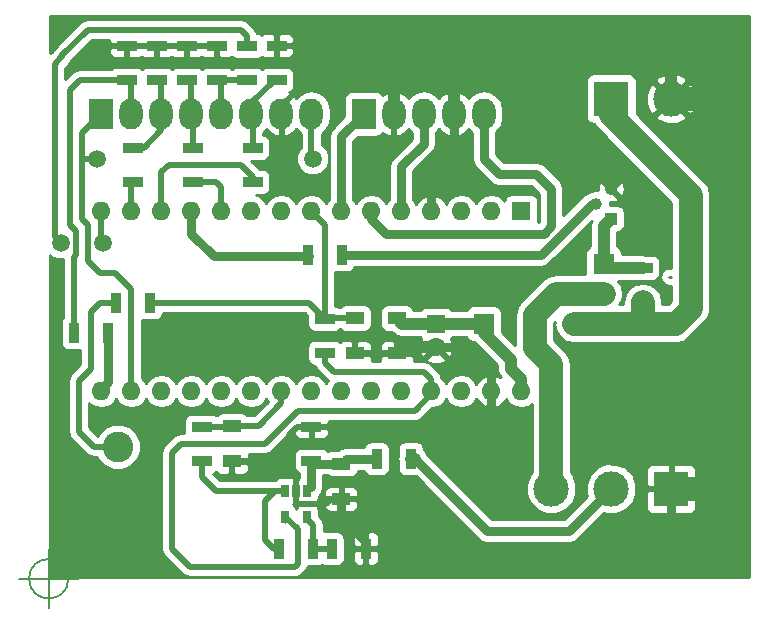
<source format=gbr>
G04 #@! TF.FileFunction,Copper,L2,Bot,Signal*
%FSLAX46Y46*%
G04 Gerber Fmt 4.6, Leading zero omitted, Abs format (unit mm)*
G04 Created by KiCad (PCBNEW 4.0.7) date 06/03/18 15:51:18*
%MOMM*%
%LPD*%
G01*
G04 APERTURE LIST*
%ADD10C,0.100000*%
%ADD11C,0.150000*%
%ADD12R,1.600000X1.600000*%
%ADD13O,1.600000X1.600000*%
%ADD14R,3.000000X3.000000*%
%ADD15C,3.000000*%
%ADD16C,1.000000*%
%ADD17R,1.000000X1.000000*%
%ADD18R,1.800000X1.800000*%
%ADD19O,1.800000X1.800000*%
%ADD20R,0.900000X1.700000*%
%ADD21R,1.600000X1.000000*%
%ADD22C,1.600000*%
%ADD23R,2.000000X2.600000*%
%ADD24O,2.000000X2.600000*%
%ADD25R,1.700000X0.900000*%
%ADD26R,0.650000X1.060000*%
%ADD27C,2.600000*%
%ADD28C,1.500000*%
%ADD29C,0.250000*%
%ADD30C,0.500000*%
%ADD31C,0.750000*%
%ADD32C,1.000000*%
%ADD33C,2.000000*%
%ADD34C,0.254000*%
G04 APERTURE END LIST*
D10*
D11*
X1666666Y0D02*
G75*
G03X1666666Y0I-1666666J0D01*
G01*
X-2500000Y0D02*
X2500000Y0D01*
X0Y2500000D02*
X0Y-2500000D01*
D12*
X40005000Y31115000D03*
D13*
X6985000Y15875000D03*
X37465000Y31115000D03*
X9525000Y15875000D03*
X34925000Y31115000D03*
X12065000Y15875000D03*
X32385000Y31115000D03*
X14605000Y15875000D03*
X29845000Y31115000D03*
X17145000Y15875000D03*
X27305000Y31115000D03*
X19685000Y15875000D03*
X24765000Y31115000D03*
X22225000Y15875000D03*
X22225000Y31115000D03*
X24765000Y15875000D03*
X19685000Y31115000D03*
X27305000Y15875000D03*
X17145000Y31115000D03*
X29845000Y15875000D03*
X14605000Y31115000D03*
X32385000Y15875000D03*
X12065000Y31115000D03*
X34925000Y15875000D03*
X9525000Y31115000D03*
X37465000Y15875000D03*
X6985000Y31115000D03*
X40005000Y15875000D03*
X4445000Y31115000D03*
X4445000Y15875000D03*
D14*
X47625000Y40640000D03*
D15*
X52705000Y40640000D03*
D16*
X46355000Y31750000D03*
X47625000Y33020000D03*
D17*
X47625000Y30480000D03*
D18*
X46990000Y26670000D03*
D19*
X46990000Y24130000D03*
X46990000Y21590000D03*
D20*
X8562000Y23368000D03*
X5662000Y23368000D03*
D21*
X25908000Y22074000D03*
X25908000Y19074000D03*
X24765000Y9755000D03*
X24765000Y6755000D03*
X15494000Y12930000D03*
X15494000Y9930000D03*
X29464000Y19074000D03*
X29464000Y22074000D03*
D12*
X32766000Y21590000D03*
D22*
X32766000Y19590000D03*
D18*
X36830000Y21590000D03*
D19*
X44450000Y21590000D03*
D14*
X52705000Y7620000D03*
D15*
X47625000Y7620000D03*
X42545000Y7620000D03*
D23*
X26670000Y39370000D03*
D24*
X29210000Y39370000D03*
X31750000Y39370000D03*
X34290000Y39370000D03*
X36830000Y39370000D03*
D23*
X4445000Y39370000D03*
D24*
X6985000Y39370000D03*
X9525000Y39370000D03*
X12065000Y39370000D03*
X14605000Y39370000D03*
X17145000Y39370000D03*
X19685000Y39370000D03*
X22225000Y39370000D03*
D25*
X50292000Y23442000D03*
X50292000Y26342000D03*
X23368000Y22024000D03*
X23368000Y19124000D03*
D20*
X27760000Y10160000D03*
X30660000Y10160000D03*
D25*
X22225000Y9980000D03*
X22225000Y12880000D03*
D20*
X21918000Y27432000D03*
X24818000Y27432000D03*
X19505000Y2540000D03*
X22405000Y2540000D03*
D25*
X12954000Y12880000D03*
X12954000Y9980000D03*
X17272000Y36502000D03*
X17272000Y33602000D03*
X16764000Y42238000D03*
X16764000Y45138000D03*
X12192000Y36502000D03*
X12192000Y33602000D03*
X7112000Y36502000D03*
X7112000Y33602000D03*
D20*
X2106000Y20828000D03*
X5006000Y20828000D03*
D25*
X19304000Y42238000D03*
X19304000Y45138000D03*
X14224000Y42238000D03*
X14224000Y45138000D03*
X11684000Y42238000D03*
X11684000Y45138000D03*
X9144000Y42238000D03*
X9144000Y45138000D03*
X6604000Y42238000D03*
X6604000Y45138000D03*
D26*
X20005000Y7450000D03*
X20955000Y7450000D03*
X21905000Y7450000D03*
X21905000Y5250000D03*
X20005000Y5250000D03*
D20*
X23950000Y2540000D03*
X26850000Y2540000D03*
D27*
X5842000Y11176000D03*
D28*
X4064000Y35560000D03*
X22352000Y35560000D03*
X4572000Y28448000D03*
X1016000Y28448000D03*
D29*
X52705000Y25580000D02*
X52525000Y25580000D01*
D30*
X6985000Y15875000D02*
X6985000Y24511000D01*
X6985000Y24511000D02*
X5588000Y25908000D01*
X5588000Y25908000D02*
X4318000Y25908000D01*
X4318000Y25908000D02*
X3302000Y26924000D01*
X3302000Y26924000D02*
X3302000Y29972000D01*
X3302000Y29972000D02*
X2806002Y30467998D01*
X2806002Y30467998D02*
X2806002Y35560000D01*
X2806002Y35560000D02*
X4064000Y35560000D01*
X22352000Y35560000D02*
X22225000Y35687000D01*
X22225000Y35687000D02*
X22225000Y39370000D01*
X2806002Y35560000D02*
X2806002Y37731002D01*
X2806002Y37731002D02*
X4445000Y39370000D01*
X22352000Y39624000D02*
X22606000Y39370000D01*
X22606000Y39370000D02*
X22225000Y39370000D01*
X14224000Y45138000D02*
X14224000Y44196000D01*
X14224000Y44196000D02*
X14732000Y43688000D01*
X14732000Y43688000D02*
X19050000Y43688000D01*
X19050000Y43688000D02*
X19304000Y43942000D01*
X19304000Y43942000D02*
X19304000Y45138000D01*
X19685000Y39370000D02*
X19685000Y40005000D01*
X19685000Y40005000D02*
X21844000Y42164000D01*
X21844000Y42164000D02*
X21844000Y45138000D01*
X21844000Y45138000D02*
X21844000Y44958000D01*
X21844000Y44958000D02*
X21844000Y45138000D01*
X19304000Y45138000D02*
X21844000Y45138000D01*
X21844000Y45138000D02*
X30660000Y45138000D01*
X22225000Y12880000D02*
X30046000Y12880000D01*
X30046000Y12880000D02*
X30226000Y12700000D01*
D31*
X32766000Y19590000D02*
X36036000Y19590000D01*
X36036000Y19590000D02*
X37465000Y18161000D01*
X37465000Y18161000D02*
X37465000Y15875000D01*
X37465000Y15875000D02*
X37465000Y14605000D01*
X37465000Y14605000D02*
X35560000Y12700000D01*
X35560000Y12700000D02*
X30226000Y12700000D01*
X30226000Y12700000D02*
X29210000Y11684000D01*
X29210000Y11684000D02*
X29210000Y4318000D01*
X29210000Y4318000D02*
X31242000Y2286000D01*
X31242000Y2286000D02*
X51816000Y2286000D01*
X51816000Y2286000D02*
X52705000Y3175000D01*
X52705000Y3175000D02*
X52705000Y7620000D01*
D30*
X15494000Y9930000D02*
X20320000Y9930000D01*
X20320000Y9930000D02*
X20320000Y9906000D01*
X22225000Y12880000D02*
X21008000Y12880000D01*
X21008000Y12880000D02*
X20320000Y12192000D01*
X20320000Y12192000D02*
X20320000Y9906000D01*
X20320000Y9906000D02*
X20320000Y9144000D01*
X20320000Y9144000D02*
X20955000Y8509000D01*
X20955000Y8509000D02*
X20955000Y7450000D01*
X25908000Y19074000D02*
X29464000Y19074000D01*
D32*
X32766000Y19590000D02*
X29980000Y19590000D01*
X29980000Y19590000D02*
X29464000Y19074000D01*
X47625000Y33020000D02*
X47625000Y34417000D01*
X47625000Y34417000D02*
X41656000Y40386000D01*
X41656000Y40386000D02*
X41656000Y45138000D01*
X29210000Y39370000D02*
X29210000Y44196000D01*
X29210000Y44196000D02*
X30152000Y45138000D01*
X34290000Y39370000D02*
X34290000Y45138000D01*
X34290000Y45138000D02*
X34110000Y44958000D01*
X34110000Y44958000D02*
X34036000Y44958000D01*
X34036000Y44958000D02*
X34036000Y45138000D01*
X52705000Y40640000D02*
X52705000Y43053000D01*
X52705000Y43053000D02*
X50620000Y45138000D01*
X50620000Y45138000D02*
X41656000Y45138000D01*
X41656000Y45138000D02*
X34036000Y45138000D01*
X34036000Y45138000D02*
X30660000Y45138000D01*
X30660000Y45138000D02*
X30152000Y45138000D01*
D30*
X14224000Y45138000D02*
X11684000Y45138000D01*
X11684000Y45138000D02*
X9144000Y45138000D01*
X9144000Y45138000D02*
X6604000Y45138000D01*
X9525000Y45265000D02*
X9091000Y45265000D01*
D33*
X52705000Y40640000D02*
X54864000Y40640000D01*
X54864000Y40640000D02*
X57912000Y37592000D01*
X57912000Y37592000D02*
X57912000Y9144000D01*
X57912000Y9144000D02*
X56388000Y7620000D01*
X56388000Y7620000D02*
X52705000Y7620000D01*
D30*
X26850000Y2540000D02*
X26850000Y3122000D01*
D31*
X26850000Y3122000D02*
X24765000Y5207000D01*
X24765000Y5207000D02*
X24765000Y6755000D01*
D32*
X52705000Y7620000D02*
X52705000Y8255000D01*
D29*
X23900000Y6755000D02*
X24765000Y6755000D01*
D30*
X23495000Y6350000D02*
X23900000Y6755000D01*
X20955000Y6350000D02*
X23495000Y6350000D01*
X20955000Y7450000D02*
X20955000Y6350000D01*
D31*
X32385000Y31115000D02*
X32385000Y34925000D01*
X34290000Y36830000D02*
X34290000Y39370000D01*
X32385000Y34925000D02*
X34290000Y36830000D01*
X29845000Y31115000D02*
X29845000Y34925000D01*
X31750000Y36830000D02*
X31750000Y39370000D01*
X29845000Y34925000D02*
X31750000Y36830000D01*
D29*
X27305000Y31115000D02*
X27305000Y30480000D01*
D31*
X27305000Y30480000D02*
X28575000Y29210000D01*
X28575000Y29210000D02*
X41910000Y29210000D01*
X41910000Y29210000D02*
X42545000Y29845000D01*
X42545000Y29845000D02*
X42545000Y33020000D01*
X42545000Y33020000D02*
X41275000Y34290000D01*
X41275000Y34290000D02*
X38100000Y34290000D01*
X38100000Y34290000D02*
X36830000Y35560000D01*
X36830000Y35560000D02*
X36830000Y39370000D01*
D30*
X12954000Y12880000D02*
X15444000Y12880000D01*
X15444000Y12880000D02*
X15518000Y12954000D01*
X15518000Y12954000D02*
X17780000Y12954000D01*
X17780000Y12954000D02*
X19685000Y14859000D01*
X19685000Y14859000D02*
X19685000Y15875000D01*
X13004000Y12930000D02*
X12954000Y12880000D01*
D31*
X24765000Y31115000D02*
X24765000Y37465000D01*
X24765000Y37465000D02*
X26670000Y39370000D01*
D30*
X8562000Y23368000D02*
X22024000Y23368000D01*
X22024000Y23368000D02*
X23368000Y22024000D01*
X23368000Y22024000D02*
X23368000Y29972000D01*
X23368000Y29972000D02*
X22225000Y31115000D01*
X25908000Y22074000D02*
X23418000Y22074000D01*
X23418000Y22074000D02*
X23368000Y22024000D01*
X14605000Y31115000D02*
X14605000Y33147000D01*
X14605000Y33147000D02*
X14150000Y33602000D01*
X14150000Y33602000D02*
X12192000Y33602000D01*
X14605000Y31115000D02*
X14605000Y31189000D01*
X32385000Y15875000D02*
X32385000Y15621000D01*
X32385000Y15621000D02*
X30988000Y14224000D01*
X30988000Y14224000D02*
X21082000Y14224000D01*
X21082000Y14224000D02*
X18288000Y11430000D01*
X18288000Y11430000D02*
X11176000Y11430000D01*
X11176000Y11430000D02*
X10414000Y10668000D01*
X10414000Y10668000D02*
X10414000Y2540000D01*
X10414000Y2540000D02*
X11938000Y1016000D01*
X11938000Y1016000D02*
X20828000Y1016000D01*
X20828000Y1016000D02*
X21082000Y1270000D01*
X21082000Y1270000D02*
X21082000Y4173000D01*
X21082000Y4173000D02*
X20005000Y5250000D01*
X23368000Y19124000D02*
X23368000Y18288000D01*
X23368000Y18288000D02*
X24130000Y17526000D01*
X24130000Y17526000D02*
X31750000Y17526000D01*
X31750000Y17526000D02*
X32385000Y16891000D01*
X32385000Y16891000D02*
X32385000Y15875000D01*
D29*
X20005000Y5250000D02*
X20005000Y4760000D01*
D31*
X12065000Y31115000D02*
X12065000Y29210000D01*
X13970000Y27305000D02*
X22045000Y27305000D01*
X12065000Y29210000D02*
X13970000Y27305000D01*
D30*
X17272000Y33602000D02*
X17272000Y34036000D01*
X17272000Y34036000D02*
X16256000Y35052000D01*
X16256000Y35052000D02*
X10160000Y35052000D01*
X10160000Y35052000D02*
X9525000Y34417000D01*
X9525000Y34417000D02*
X9525000Y31115000D01*
X6985000Y31115000D02*
X6985000Y33475000D01*
X6985000Y33475000D02*
X7112000Y33602000D01*
D32*
X40005000Y15875000D02*
X40005000Y16891000D01*
X40005000Y16891000D02*
X39116000Y17780000D01*
X39116000Y17780000D02*
X39116000Y18542000D01*
X39116000Y18542000D02*
X36830000Y20828000D01*
X36830000Y20828000D02*
X36830000Y21590000D01*
X32766000Y21590000D02*
X29948000Y21590000D01*
X29948000Y21590000D02*
X29464000Y22074000D01*
X36830000Y21590000D02*
X32766000Y21590000D01*
X40132000Y16002000D02*
X40005000Y15875000D01*
D30*
X1053000Y44159000D02*
X1053000Y44233000D01*
X1053000Y44233000D02*
X3302000Y46482000D01*
X3302000Y46482000D02*
X16256000Y46482000D01*
X16256000Y46482000D02*
X16764000Y45974000D01*
X16764000Y45974000D02*
X16764000Y45138000D01*
X4445000Y31115000D02*
X4445000Y28575000D01*
X4445000Y28575000D02*
X4572000Y28448000D01*
X1016000Y28448000D02*
X508000Y28956000D01*
X508000Y28956000D02*
X508000Y43614000D01*
X508000Y43614000D02*
X1053000Y44159000D01*
X1053000Y44159000D02*
X1090000Y44196000D01*
X4445000Y31115000D02*
X4445000Y31369000D01*
X4445000Y15875000D02*
X4445000Y16129000D01*
D31*
X4445000Y16129000D02*
X5006000Y16690000D01*
X5006000Y16690000D02*
X5006000Y20828000D01*
D30*
X5006000Y20828000D02*
X5006000Y20775000D01*
X46355000Y31750000D02*
X45974000Y31750000D01*
D31*
X45974000Y31750000D02*
X41656000Y27432000D01*
X41656000Y27432000D02*
X24818000Y27432000D01*
D32*
X46990000Y26670000D02*
X46990000Y29845000D01*
X46990000Y29845000D02*
X47625000Y30480000D01*
X50292000Y26342000D02*
X47318000Y26342000D01*
X47318000Y26342000D02*
X46990000Y26670000D01*
D33*
X42545000Y7620000D02*
X42545000Y18161000D01*
X42545000Y18161000D02*
X41148000Y19558000D01*
X41148000Y19558000D02*
X41148000Y22352000D01*
X41148000Y22352000D02*
X42926000Y24130000D01*
X42926000Y24130000D02*
X46990000Y24130000D01*
X46990000Y21590000D02*
X44450000Y21590000D01*
X50292000Y23442000D02*
X50292000Y21590000D01*
X50292000Y21590000D02*
X50292000Y21844000D01*
X50292000Y21844000D02*
X50292000Y21590000D01*
X47625000Y40640000D02*
X47625000Y39243000D01*
X47625000Y39243000D02*
X54356000Y32512000D01*
X54356000Y32512000D02*
X54356000Y22860000D01*
X54356000Y22860000D02*
X53086000Y21590000D01*
X53086000Y21590000D02*
X50292000Y21590000D01*
X50292000Y21590000D02*
X46990000Y21590000D01*
D32*
X47625000Y40640000D02*
X47625000Y40259000D01*
D30*
X5662000Y23368000D02*
X4318000Y23368000D01*
X4318000Y23368000D02*
X3556000Y22606000D01*
X3556000Y22606000D02*
X3556000Y17780000D01*
X3556000Y17780000D02*
X2540000Y16764000D01*
X2540000Y16764000D02*
X2540000Y12446000D01*
X2540000Y12446000D02*
X3810000Y11176000D01*
X3810000Y11176000D02*
X5842000Y11176000D01*
D31*
X22225000Y9980000D02*
X22225000Y7770000D01*
D29*
X22225000Y7770000D02*
X21905000Y7450000D01*
D31*
X24765000Y9755000D02*
X22450000Y9755000D01*
D29*
X22450000Y9755000D02*
X22225000Y9980000D01*
D31*
X27760000Y10160000D02*
X25170000Y10160000D01*
D29*
X25170000Y10160000D02*
X24765000Y9755000D01*
D32*
X30660000Y10160000D02*
X30988000Y10160000D01*
D31*
X30988000Y10160000D02*
X37084000Y4064000D01*
X37084000Y4064000D02*
X44069000Y4064000D01*
X44069000Y4064000D02*
X47625000Y7620000D01*
D30*
X7112000Y36502000D02*
X8054000Y36502000D01*
X8054000Y36502000D02*
X9525000Y37973000D01*
X9525000Y37973000D02*
X9525000Y39370000D01*
X9144000Y38989000D02*
X9525000Y39370000D01*
X9652000Y39243000D02*
X9525000Y39370000D01*
X9525000Y39370000D02*
X9525000Y41857000D01*
X9525000Y41857000D02*
X9144000Y42238000D01*
X12192000Y36502000D02*
X12192000Y39243000D01*
X12192000Y39243000D02*
X12065000Y39370000D01*
X11758000Y39063000D02*
X12065000Y39370000D01*
X12192000Y39243000D02*
X12065000Y39370000D01*
X12065000Y39370000D02*
X12065000Y41857000D01*
X12065000Y41857000D02*
X11684000Y42238000D01*
X16764000Y42238000D02*
X14224000Y42238000D01*
X14732000Y39243000D02*
X14605000Y39370000D01*
X14605000Y39370000D02*
X14605000Y41857000D01*
X14605000Y41857000D02*
X14224000Y42238000D01*
X19304000Y42238000D02*
X19124000Y42238000D01*
X19124000Y42238000D02*
X17145000Y40259000D01*
X17145000Y40259000D02*
X17145000Y39370000D01*
X17272000Y36502000D02*
X17272000Y39243000D01*
X17272000Y39243000D02*
X17145000Y39370000D01*
X17272000Y39243000D02*
X17145000Y39370000D01*
X12954000Y9980000D02*
X12954000Y8636000D01*
X12954000Y8636000D02*
X14140000Y7450000D01*
X14140000Y7450000D02*
X20005000Y7450000D01*
X19505000Y2540000D02*
X19050000Y2540000D01*
X19050000Y2540000D02*
X18288000Y3302000D01*
X18288000Y3302000D02*
X18288000Y6604000D01*
X18288000Y6604000D02*
X19134000Y7450000D01*
X19134000Y7450000D02*
X20005000Y7450000D01*
D29*
X12954000Y9980000D02*
X13409000Y9980000D01*
D30*
X21905000Y5250000D02*
X21905000Y5019000D01*
X21905000Y5019000D02*
X22405000Y4519000D01*
X22405000Y4519000D02*
X22405000Y2540000D01*
X23950000Y2540000D02*
X22405000Y2540000D01*
D29*
X22405000Y2540000D02*
X23315000Y2540000D01*
X21770000Y5115000D02*
X21905000Y5250000D01*
D30*
X2106000Y20828000D02*
X2106000Y27252000D01*
X2106000Y27252000D02*
X2286000Y27432000D01*
X2286000Y27432000D02*
X2286000Y29464000D01*
X2286000Y29464000D02*
X1778000Y29972000D01*
X1778000Y29972000D02*
X1778000Y41402000D01*
X1778000Y41402000D02*
X2614000Y42238000D01*
X2614000Y42238000D02*
X6604000Y42238000D01*
X6985000Y39370000D02*
X6985000Y41857000D01*
X6985000Y41857000D02*
X6604000Y42238000D01*
D34*
G36*
X59309000Y127000D02*
X127000Y127000D01*
X127000Y27378155D01*
X230436Y27274539D01*
X739298Y27063241D01*
X1221000Y27062820D01*
X1221000Y22152669D01*
X1204559Y22142090D01*
X1059569Y21929890D01*
X1008560Y21678000D01*
X1008560Y19978000D01*
X1052838Y19742683D01*
X1191910Y19526559D01*
X1404110Y19381569D01*
X1656000Y19330560D01*
X2556000Y19330560D01*
X2671000Y19352199D01*
X2671000Y18146579D01*
X1914210Y17389790D01*
X1722367Y17102675D01*
X1712009Y17050603D01*
X1654999Y16764000D01*
X1655000Y16763995D01*
X1655000Y12446005D01*
X1654999Y12446000D01*
X1694458Y12247633D01*
X1722367Y12107325D01*
X1816857Y11965910D01*
X1914210Y11820210D01*
X3184208Y10550213D01*
X3184210Y10550210D01*
X3459138Y10366510D01*
X3471325Y10358367D01*
X3810000Y10290999D01*
X3810005Y10291000D01*
X4114001Y10291000D01*
X4200630Y10081342D01*
X4744479Y9536543D01*
X5455416Y9241337D01*
X6225207Y9240665D01*
X6936658Y9534630D01*
X7481457Y10078479D01*
X7776663Y10789416D01*
X7777335Y11559207D01*
X7483370Y12270658D01*
X6939521Y12815457D01*
X6228584Y13110663D01*
X5458793Y13111335D01*
X4747342Y12817370D01*
X4202543Y12273521D01*
X4132571Y12105009D01*
X3425000Y12812580D01*
X3425000Y14840124D01*
X3430302Y14832189D01*
X3895849Y14521120D01*
X4445000Y14411887D01*
X4994151Y14521120D01*
X5459698Y14832189D01*
X5715000Y15214275D01*
X5970302Y14832189D01*
X6435849Y14521120D01*
X6985000Y14411887D01*
X7534151Y14521120D01*
X7999698Y14832189D01*
X8255000Y15214275D01*
X8510302Y14832189D01*
X8975849Y14521120D01*
X9525000Y14411887D01*
X10074151Y14521120D01*
X10539698Y14832189D01*
X10795000Y15214275D01*
X11050302Y14832189D01*
X11515849Y14521120D01*
X12065000Y14411887D01*
X12614151Y14521120D01*
X13079698Y14832189D01*
X13335000Y15214275D01*
X13590302Y14832189D01*
X14055849Y14521120D01*
X14605000Y14411887D01*
X15154151Y14521120D01*
X15619698Y14832189D01*
X15875000Y15214275D01*
X16130302Y14832189D01*
X16595849Y14521120D01*
X17145000Y14411887D01*
X17694151Y14521120D01*
X18159698Y14832189D01*
X18415000Y15214275D01*
X18564682Y14990261D01*
X17413420Y13839000D01*
X16785400Y13839000D01*
X16758090Y13881441D01*
X16545890Y14026431D01*
X16294000Y14077440D01*
X14694000Y14077440D01*
X14458683Y14033162D01*
X14242559Y13894090D01*
X14198212Y13829186D01*
X14055890Y13926431D01*
X13804000Y13977440D01*
X12104000Y13977440D01*
X11868683Y13933162D01*
X11652559Y13794090D01*
X11507569Y13581890D01*
X11456560Y13330000D01*
X11456560Y12430000D01*
X11478199Y12315000D01*
X11176005Y12315000D01*
X11176000Y12315001D01*
X10893516Y12258810D01*
X10837325Y12247633D01*
X10550210Y12055790D01*
X10550208Y12055787D01*
X9788210Y11293790D01*
X9596367Y11006675D01*
X9596367Y11006674D01*
X9528999Y10668000D01*
X9529000Y10667995D01*
X9529000Y2540005D01*
X9528999Y2540000D01*
X9585190Y2257516D01*
X9596367Y2201325D01*
X9729151Y2002599D01*
X9788210Y1914210D01*
X11312208Y390213D01*
X11312210Y390210D01*
X11599325Y198367D01*
X11938000Y131000D01*
X20827995Y131000D01*
X20828000Y130999D01*
X21110484Y187190D01*
X21166675Y198367D01*
X21453790Y390210D01*
X21453791Y390211D01*
X21707787Y644208D01*
X21707790Y644210D01*
X21899633Y931325D01*
X21923046Y1049031D01*
X21955000Y1042560D01*
X22855000Y1042560D01*
X23090317Y1086838D01*
X23176653Y1142394D01*
X23248110Y1093569D01*
X23500000Y1042560D01*
X24400000Y1042560D01*
X24635317Y1086838D01*
X24851441Y1225910D01*
X24996431Y1438110D01*
X25047440Y1690000D01*
X25047440Y2254250D01*
X25765000Y2254250D01*
X25765000Y1563690D01*
X25861673Y1330301D01*
X26040302Y1151673D01*
X26273691Y1055000D01*
X26564250Y1055000D01*
X26723000Y1213750D01*
X26723000Y2413000D01*
X26977000Y2413000D01*
X26977000Y1213750D01*
X27135750Y1055000D01*
X27426309Y1055000D01*
X27659698Y1151673D01*
X27838327Y1330301D01*
X27935000Y1563690D01*
X27935000Y2254250D01*
X27776250Y2413000D01*
X26977000Y2413000D01*
X26723000Y2413000D01*
X25923750Y2413000D01*
X25765000Y2254250D01*
X25047440Y2254250D01*
X25047440Y3390000D01*
X25023674Y3516310D01*
X25765000Y3516310D01*
X25765000Y2825750D01*
X25923750Y2667000D01*
X26723000Y2667000D01*
X26723000Y3866250D01*
X26977000Y3866250D01*
X26977000Y2667000D01*
X27776250Y2667000D01*
X27935000Y2825750D01*
X27935000Y3516310D01*
X27838327Y3749699D01*
X27659698Y3928327D01*
X27426309Y4025000D01*
X27135750Y4025000D01*
X26977000Y3866250D01*
X26723000Y3866250D01*
X26564250Y4025000D01*
X26273691Y4025000D01*
X26040302Y3928327D01*
X25861673Y3749699D01*
X25765000Y3516310D01*
X25023674Y3516310D01*
X25003162Y3625317D01*
X24864090Y3841441D01*
X24651890Y3986431D01*
X24400000Y4037440D01*
X23500000Y4037440D01*
X23290000Y3997926D01*
X23290000Y4518995D01*
X23290001Y4519000D01*
X23222633Y4857674D01*
X23222633Y4857675D01*
X23030790Y5144790D01*
X23030787Y5144792D01*
X22877440Y5298139D01*
X22877440Y5780000D01*
X22833162Y6015317D01*
X22694090Y6231441D01*
X22518768Y6351233D01*
X22681441Y6455910D01*
X22690555Y6469250D01*
X23330000Y6469250D01*
X23330000Y6128691D01*
X23426673Y5895302D01*
X23605301Y5716673D01*
X23838690Y5620000D01*
X24479250Y5620000D01*
X24638000Y5778750D01*
X24638000Y6628000D01*
X24892000Y6628000D01*
X24892000Y5778750D01*
X25050750Y5620000D01*
X25691310Y5620000D01*
X25924699Y5716673D01*
X26103327Y5895302D01*
X26200000Y6128691D01*
X26200000Y6469250D01*
X26041250Y6628000D01*
X24892000Y6628000D01*
X24638000Y6628000D01*
X23488750Y6628000D01*
X23330000Y6469250D01*
X22690555Y6469250D01*
X22826431Y6668110D01*
X22877440Y6920000D01*
X22877440Y7014570D01*
X22939178Y7055822D01*
X23156660Y7381309D01*
X23330000Y7381309D01*
X23330000Y7040750D01*
X23488750Y6882000D01*
X24638000Y6882000D01*
X24638000Y7731250D01*
X24892000Y7731250D01*
X24892000Y6882000D01*
X26041250Y6882000D01*
X26200000Y7040750D01*
X26200000Y7381309D01*
X26103327Y7614698D01*
X25924699Y7793327D01*
X25691310Y7890000D01*
X25050750Y7890000D01*
X24892000Y7731250D01*
X24638000Y7731250D01*
X24479250Y7890000D01*
X23838690Y7890000D01*
X23605301Y7793327D01*
X23426673Y7614698D01*
X23330000Y7381309D01*
X23156660Y7381309D01*
X23158118Y7383490D01*
X23235000Y7770000D01*
X23235000Y8745000D01*
X23586614Y8745000D01*
X23713110Y8658569D01*
X23965000Y8607560D01*
X25565000Y8607560D01*
X25800317Y8651838D01*
X26016441Y8790910D01*
X26161431Y9003110D01*
X26191177Y9150000D01*
X26692666Y9150000D01*
X26706838Y9074683D01*
X26845910Y8858559D01*
X27058110Y8713569D01*
X27310000Y8662560D01*
X28210000Y8662560D01*
X28445317Y8706838D01*
X28661441Y8845910D01*
X28806431Y9058110D01*
X28857440Y9310000D01*
X28857440Y10160000D01*
X29525000Y10160000D01*
X29562560Y9971174D01*
X29562560Y9310000D01*
X29606838Y9074683D01*
X29745910Y8858559D01*
X29958110Y8713569D01*
X30210000Y8662560D01*
X31057084Y8662560D01*
X36369822Y3349822D01*
X36697490Y3130882D01*
X37084000Y3054000D01*
X44069000Y3054000D01*
X44455510Y3130882D01*
X44783178Y3349822D01*
X47000802Y5567446D01*
X47198459Y5485372D01*
X48047815Y5484630D01*
X48832800Y5808980D01*
X49433909Y6409041D01*
X49759628Y7193459D01*
X49759750Y7334250D01*
X50570000Y7334250D01*
X50570000Y5993690D01*
X50666673Y5760301D01*
X50845302Y5581673D01*
X51078691Y5485000D01*
X52419250Y5485000D01*
X52578000Y5643750D01*
X52578000Y7493000D01*
X52832000Y7493000D01*
X52832000Y5643750D01*
X52990750Y5485000D01*
X54331309Y5485000D01*
X54564698Y5581673D01*
X54743327Y5760301D01*
X54840000Y5993690D01*
X54840000Y7334250D01*
X54681250Y7493000D01*
X52832000Y7493000D01*
X52578000Y7493000D01*
X50728750Y7493000D01*
X50570000Y7334250D01*
X49759750Y7334250D01*
X49760370Y8042815D01*
X49436020Y8827800D01*
X49018240Y9246310D01*
X50570000Y9246310D01*
X50570000Y7905750D01*
X50728750Y7747000D01*
X52578000Y7747000D01*
X52578000Y9596250D01*
X52832000Y9596250D01*
X52832000Y7747000D01*
X54681250Y7747000D01*
X54840000Y7905750D01*
X54840000Y9246310D01*
X54743327Y9479699D01*
X54564698Y9658327D01*
X54331309Y9755000D01*
X52990750Y9755000D01*
X52832000Y9596250D01*
X52578000Y9596250D01*
X52419250Y9755000D01*
X51078691Y9755000D01*
X50845302Y9658327D01*
X50666673Y9479699D01*
X50570000Y9246310D01*
X49018240Y9246310D01*
X48835959Y9428909D01*
X48051541Y9754628D01*
X47202185Y9755370D01*
X46417200Y9431020D01*
X45816091Y8830959D01*
X45490372Y8046541D01*
X45489630Y7197185D01*
X45572725Y6996081D01*
X43650644Y5074000D01*
X37502356Y5074000D01*
X32050159Y10526197D01*
X32036603Y10594346D01*
X31790566Y10962566D01*
X31757440Y10984700D01*
X31757440Y11010000D01*
X31713162Y11245317D01*
X31574090Y11461441D01*
X31361890Y11606431D01*
X31110000Y11657440D01*
X30210000Y11657440D01*
X29974683Y11613162D01*
X29758559Y11474090D01*
X29613569Y11261890D01*
X29562560Y11010000D01*
X29562560Y10348826D01*
X29525000Y10160000D01*
X28857440Y10160000D01*
X28857440Y11010000D01*
X28813162Y11245317D01*
X28674090Y11461441D01*
X28461890Y11606431D01*
X28210000Y11657440D01*
X27310000Y11657440D01*
X27074683Y11613162D01*
X26858559Y11474090D01*
X26713569Y11261890D01*
X26694961Y11170000D01*
X25170000Y11170000D01*
X24783490Y11093118D01*
X24498119Y10902440D01*
X23965000Y10902440D01*
X23729683Y10858162D01*
X23605493Y10778248D01*
X23539090Y10881441D01*
X23326890Y11026431D01*
X23075000Y11077440D01*
X21375000Y11077440D01*
X21139683Y11033162D01*
X20923559Y10894090D01*
X20778569Y10681890D01*
X20727560Y10430000D01*
X20727560Y9530000D01*
X20771838Y9294683D01*
X20910910Y9078559D01*
X21123110Y8933569D01*
X21215000Y8914961D01*
X21215000Y8589250D01*
X21082000Y8456250D01*
X21082000Y8375949D01*
X20983569Y8231890D01*
X20955824Y8094880D01*
X20933162Y8215317D01*
X20828000Y8378743D01*
X20828000Y8456250D01*
X20669250Y8615000D01*
X20503690Y8615000D01*
X20466829Y8599732D01*
X20330000Y8627440D01*
X19680000Y8627440D01*
X19444683Y8583162D01*
X19228559Y8444090D01*
X19154021Y8335000D01*
X19134005Y8335000D01*
X19134000Y8335001D01*
X19133995Y8335000D01*
X14506579Y8335000D01*
X13934470Y8907110D01*
X14039317Y8926838D01*
X14197408Y9028567D01*
X14334301Y8891673D01*
X14567690Y8795000D01*
X15208250Y8795000D01*
X15367000Y8953750D01*
X15367000Y9803000D01*
X15621000Y9803000D01*
X15621000Y8953750D01*
X15779750Y8795000D01*
X16420310Y8795000D01*
X16653699Y8891673D01*
X16832327Y9070302D01*
X16929000Y9303691D01*
X16929000Y9644250D01*
X16770250Y9803000D01*
X15621000Y9803000D01*
X15367000Y9803000D01*
X15347000Y9803000D01*
X15347000Y10057000D01*
X15367000Y10057000D01*
X15367000Y10077000D01*
X15621000Y10077000D01*
X15621000Y10057000D01*
X16770250Y10057000D01*
X16929000Y10215750D01*
X16929000Y10545000D01*
X18287995Y10545000D01*
X18288000Y10544999D01*
X18593610Y10605790D01*
X18626675Y10612367D01*
X18913790Y10804210D01*
X18913791Y10804211D01*
X20862577Y12752998D01*
X20898748Y12752998D01*
X20740000Y12594250D01*
X20740000Y12303691D01*
X20836673Y12070302D01*
X21015301Y11891673D01*
X21248690Y11795000D01*
X21939250Y11795000D01*
X22098000Y11953750D01*
X22098000Y12753000D01*
X22352000Y12753000D01*
X22352000Y11953750D01*
X22510750Y11795000D01*
X23201310Y11795000D01*
X23434699Y11891673D01*
X23613327Y12070302D01*
X23710000Y12303691D01*
X23710000Y12594250D01*
X23551250Y12753000D01*
X22352000Y12753000D01*
X22098000Y12753000D01*
X22078000Y12753000D01*
X22078000Y13007000D01*
X22098000Y13007000D01*
X22098000Y13027000D01*
X22352000Y13027000D01*
X22352000Y13007000D01*
X23551250Y13007000D01*
X23710000Y13165750D01*
X23710000Y13339000D01*
X30987995Y13339000D01*
X30988000Y13338999D01*
X31270484Y13395190D01*
X31326675Y13406367D01*
X31613790Y13598210D01*
X31613791Y13598211D01*
X32438011Y14422432D01*
X32934151Y14521120D01*
X33399698Y14832189D01*
X33655000Y15214275D01*
X33910302Y14832189D01*
X34375849Y14521120D01*
X34925000Y14411887D01*
X35474151Y14521120D01*
X35939698Y14832189D01*
X36209986Y15236703D01*
X36312611Y15019866D01*
X36727577Y14643959D01*
X37115961Y14483096D01*
X37338000Y14605085D01*
X37338000Y15748000D01*
X37318000Y15748000D01*
X37318000Y16002000D01*
X37338000Y16002000D01*
X37338000Y17144915D01*
X37115961Y17266904D01*
X36727577Y17106041D01*
X36312611Y16730134D01*
X36209986Y16513297D01*
X35939698Y16917811D01*
X35474151Y17228880D01*
X34925000Y17338113D01*
X34375849Y17228880D01*
X33910302Y16917811D01*
X33655000Y16535725D01*
X33399698Y16917811D01*
X33243970Y17021865D01*
X33202634Y17229674D01*
X33095648Y17389790D01*
X33010790Y17516790D01*
X33010787Y17516792D01*
X32375790Y18151790D01*
X32348204Y18170222D01*
X32202231Y18267758D01*
X32549223Y18143035D01*
X33119454Y18170222D01*
X33520005Y18336136D01*
X33594139Y18582255D01*
X32766000Y19410395D01*
X31937861Y18582255D01*
X32004706Y18360336D01*
X31750000Y18411001D01*
X31749995Y18411000D01*
X30883802Y18411000D01*
X30899000Y18447691D01*
X30899000Y18788250D01*
X30740250Y18947000D01*
X29591000Y18947000D01*
X29591000Y18927000D01*
X29337000Y18927000D01*
X29337000Y18947000D01*
X28187750Y18947000D01*
X28029000Y18788250D01*
X28029000Y18447691D01*
X28044198Y18411000D01*
X27327802Y18411000D01*
X27343000Y18447691D01*
X27343000Y18788250D01*
X27184250Y18947000D01*
X26035000Y18947000D01*
X26035000Y18927000D01*
X25781000Y18927000D01*
X25781000Y18947000D01*
X25761000Y18947000D01*
X25761000Y19201000D01*
X25781000Y19201000D01*
X25781000Y20050250D01*
X26035000Y20050250D01*
X26035000Y19201000D01*
X27184250Y19201000D01*
X27343000Y19359750D01*
X27343000Y19700309D01*
X28029000Y19700309D01*
X28029000Y19359750D01*
X28187750Y19201000D01*
X29337000Y19201000D01*
X29337000Y20050250D01*
X29591000Y20050250D01*
X29591000Y19201000D01*
X30740250Y19201000D01*
X30899000Y19359750D01*
X30899000Y19700309D01*
X30802327Y19933698D01*
X30623699Y20112327D01*
X30390310Y20209000D01*
X29749750Y20209000D01*
X29591000Y20050250D01*
X29337000Y20050250D01*
X29178250Y20209000D01*
X28537690Y20209000D01*
X28304301Y20112327D01*
X28125673Y19933698D01*
X28029000Y19700309D01*
X27343000Y19700309D01*
X27246327Y19933698D01*
X27067699Y20112327D01*
X26834310Y20209000D01*
X26193750Y20209000D01*
X26035000Y20050250D01*
X25781000Y20050250D01*
X25622250Y20209000D01*
X24981690Y20209000D01*
X24748301Y20112327D01*
X24669808Y20033833D01*
X24469890Y20170431D01*
X24218000Y20221440D01*
X22518000Y20221440D01*
X22282683Y20177162D01*
X22066559Y20038090D01*
X21921569Y19825890D01*
X21870560Y19574000D01*
X21870560Y18674000D01*
X21914838Y18438683D01*
X22053910Y18222559D01*
X22266110Y18077569D01*
X22518000Y18026560D01*
X22535004Y18026560D01*
X22550367Y17949325D01*
X22690611Y17739434D01*
X22742210Y17662210D01*
X23504208Y16900213D01*
X23504210Y16900210D01*
X23666213Y16791964D01*
X23495000Y16535725D01*
X23239698Y16917811D01*
X22774151Y17228880D01*
X22225000Y17338113D01*
X21675849Y17228880D01*
X21210302Y16917811D01*
X20955000Y16535725D01*
X20699698Y16917811D01*
X20234151Y17228880D01*
X19685000Y17338113D01*
X19135849Y17228880D01*
X18670302Y16917811D01*
X18415000Y16535725D01*
X18159698Y16917811D01*
X17694151Y17228880D01*
X17145000Y17338113D01*
X16595849Y17228880D01*
X16130302Y16917811D01*
X15875000Y16535725D01*
X15619698Y16917811D01*
X15154151Y17228880D01*
X14605000Y17338113D01*
X14055849Y17228880D01*
X13590302Y16917811D01*
X13335000Y16535725D01*
X13079698Y16917811D01*
X12614151Y17228880D01*
X12065000Y17338113D01*
X11515849Y17228880D01*
X11050302Y16917811D01*
X10795000Y16535725D01*
X10539698Y16917811D01*
X10074151Y17228880D01*
X9525000Y17338113D01*
X8975849Y17228880D01*
X8510302Y16917811D01*
X8255000Y16535725D01*
X7999698Y16917811D01*
X7870000Y17004473D01*
X7870000Y21919566D01*
X8112000Y21870560D01*
X9012000Y21870560D01*
X9247317Y21914838D01*
X9463441Y22053910D01*
X9608431Y22266110D01*
X9652352Y22483000D01*
X21657420Y22483000D01*
X21870560Y22269860D01*
X21870560Y21574000D01*
X21914838Y21338683D01*
X22053910Y21122559D01*
X22266110Y20977569D01*
X22518000Y20926560D01*
X24218000Y20926560D01*
X24453317Y20970838D01*
X24665826Y21107584D01*
X24856110Y20977569D01*
X25108000Y20926560D01*
X26708000Y20926560D01*
X26943317Y20970838D01*
X27159441Y21109910D01*
X27304431Y21322110D01*
X27355440Y21574000D01*
X27355440Y22574000D01*
X27311162Y22809317D01*
X27172090Y23025441D01*
X26959890Y23170431D01*
X26708000Y23221440D01*
X25108000Y23221440D01*
X24872683Y23177162D01*
X24656559Y23038090D01*
X24612212Y22973186D01*
X24469890Y23070431D01*
X24253000Y23114352D01*
X24253000Y25957848D01*
X24368000Y25934560D01*
X25268000Y25934560D01*
X25503317Y25978838D01*
X25719441Y26117910D01*
X25864431Y26330110D01*
X25883039Y26422000D01*
X41656000Y26422000D01*
X42042510Y26498882D01*
X42370178Y26717822D01*
X45960920Y30308564D01*
X45941397Y30279346D01*
X45855000Y29845000D01*
X45855000Y28173222D01*
X45854683Y28173162D01*
X45638559Y28034090D01*
X45493569Y27821890D01*
X45442560Y27570000D01*
X45442560Y25770000D01*
X45443501Y25765000D01*
X42926005Y25765000D01*
X42926000Y25765001D01*
X42381454Y25656683D01*
X42300313Y25640543D01*
X41769880Y25286120D01*
X41769878Y25286117D01*
X39991880Y23508120D01*
X39637457Y22977688D01*
X39512999Y22352000D01*
X39513000Y22351995D01*
X39513000Y19750132D01*
X38377440Y20885692D01*
X38377440Y22490000D01*
X38333162Y22725317D01*
X38194090Y22941441D01*
X37981890Y23086431D01*
X37730000Y23137440D01*
X35930000Y23137440D01*
X35694683Y23093162D01*
X35478559Y22954090D01*
X35333569Y22741890D01*
X35330149Y22725000D01*
X34105018Y22725000D01*
X34030090Y22841441D01*
X33817890Y22986431D01*
X33566000Y23037440D01*
X31966000Y23037440D01*
X31730683Y22993162D01*
X31514559Y22854090D01*
X31426356Y22725000D01*
X30883027Y22725000D01*
X30867162Y22809317D01*
X30728090Y23025441D01*
X30515890Y23170431D01*
X30264000Y23221440D01*
X28664000Y23221440D01*
X28428683Y23177162D01*
X28212559Y23038090D01*
X28067569Y22825890D01*
X28016560Y22574000D01*
X28016560Y21574000D01*
X28060838Y21338683D01*
X28199910Y21122559D01*
X28412110Y20977569D01*
X28664000Y20926560D01*
X29006308Y20926560D01*
X29145434Y20787434D01*
X29513654Y20541397D01*
X29948000Y20455000D01*
X31426982Y20455000D01*
X31501910Y20338559D01*
X31508548Y20334023D01*
X31319035Y19806777D01*
X31346222Y19236546D01*
X31512136Y18835995D01*
X31758255Y18761861D01*
X32586395Y19590000D01*
X32572252Y19604142D01*
X32751858Y19783747D01*
X32766000Y19769605D01*
X32780143Y19783747D01*
X32959748Y19604142D01*
X32945605Y19590000D01*
X33773745Y18761861D01*
X34019864Y18835995D01*
X34212965Y19373223D01*
X34185778Y19943454D01*
X34023616Y20334947D01*
X34105644Y20455000D01*
X35326778Y20455000D01*
X35326838Y20454683D01*
X35465910Y20238559D01*
X35678110Y20093569D01*
X35930000Y20042560D01*
X36015991Y20042560D01*
X36027434Y20025434D01*
X37981000Y18071868D01*
X37981000Y17780000D01*
X38067397Y17345654D01*
X38265959Y17048486D01*
X38202423Y17106041D01*
X37814039Y17266904D01*
X37592000Y17144915D01*
X37592000Y16002000D01*
X37612000Y16002000D01*
X37612000Y15748000D01*
X37592000Y15748000D01*
X37592000Y14605085D01*
X37814039Y14483096D01*
X38202423Y14643959D01*
X38617389Y15019866D01*
X38720014Y15236703D01*
X38990302Y14832189D01*
X39455849Y14521120D01*
X40005000Y14411887D01*
X40554151Y14521120D01*
X40910000Y14758891D01*
X40910000Y9004565D01*
X40736091Y8830959D01*
X40410372Y8046541D01*
X40409630Y7197185D01*
X40733980Y6412200D01*
X41334041Y5811091D01*
X42118459Y5485372D01*
X42967815Y5484630D01*
X43752800Y5808980D01*
X44353909Y6409041D01*
X44679628Y7193459D01*
X44680370Y8042815D01*
X44356020Y8827800D01*
X44180000Y9004127D01*
X44180000Y18161000D01*
X44055543Y18786687D01*
X43701120Y19317120D01*
X43701117Y19317122D01*
X42783000Y20235240D01*
X42783000Y21674760D01*
X42843992Y21735752D01*
X42815000Y21590000D01*
X42939457Y20964313D01*
X43293880Y20433880D01*
X43824313Y20079457D01*
X44450000Y19955000D01*
X53085995Y19955000D01*
X53086000Y19954999D01*
X53711688Y20079457D01*
X54242120Y20433880D01*
X55512117Y21703878D01*
X55512120Y21703880D01*
X55828528Y22177419D01*
X55866543Y22234312D01*
X55991000Y22860000D01*
X55991000Y32512000D01*
X55866543Y33137687D01*
X55512120Y33668120D01*
X55512117Y33668122D01*
X50054210Y39126030D01*
X51370635Y39126030D01*
X51530418Y38807261D01*
X52321187Y38497277D01*
X53170387Y38513503D01*
X53879582Y38807261D01*
X54039365Y39126030D01*
X52705000Y40460395D01*
X51370635Y39126030D01*
X50054210Y39126030D01*
X49772440Y39407800D01*
X49772440Y41023813D01*
X50562277Y41023813D01*
X50578503Y40174613D01*
X50872261Y39465418D01*
X51191030Y39305635D01*
X52525395Y40640000D01*
X52884605Y40640000D01*
X54218970Y39305635D01*
X54537739Y39465418D01*
X54847723Y40256187D01*
X54831497Y41105387D01*
X54537739Y41814582D01*
X54218970Y41974365D01*
X52884605Y40640000D01*
X52525395Y40640000D01*
X51191030Y41974365D01*
X50872261Y41814582D01*
X50562277Y41023813D01*
X49772440Y41023813D01*
X49772440Y42140000D01*
X49769812Y42153970D01*
X51370635Y42153970D01*
X52705000Y40819605D01*
X54039365Y42153970D01*
X53879582Y42472739D01*
X53088813Y42782723D01*
X52239613Y42766497D01*
X51530418Y42472739D01*
X51370635Y42153970D01*
X49769812Y42153970D01*
X49728162Y42375317D01*
X49589090Y42591441D01*
X49376890Y42736431D01*
X49125000Y42787440D01*
X46125000Y42787440D01*
X45889683Y42743162D01*
X45673559Y42604090D01*
X45528569Y42391890D01*
X45477560Y42140000D01*
X45477560Y39140000D01*
X45521838Y38904683D01*
X45660910Y38688559D01*
X45873110Y38543569D01*
X46125000Y38492560D01*
X46197814Y38492560D01*
X46468880Y38086880D01*
X52721000Y31834761D01*
X52721000Y26336817D01*
X52705000Y26340000D01*
X52525000Y26340000D01*
X52234161Y26282148D01*
X51987599Y26117401D01*
X51822852Y25870839D01*
X51765000Y25580000D01*
X51822852Y25289161D01*
X51987599Y25042599D01*
X52234161Y24877852D01*
X52525000Y24820000D01*
X52705000Y24820000D01*
X52721000Y24823183D01*
X52721000Y23537239D01*
X52408760Y23225000D01*
X51927000Y23225000D01*
X51927000Y23442000D01*
X51802543Y24067687D01*
X51448120Y24598120D01*
X50917687Y24952543D01*
X50292000Y25077000D01*
X49666313Y24952543D01*
X49135880Y24598120D01*
X48781457Y24067687D01*
X48657000Y23442000D01*
X48657000Y23225000D01*
X48313913Y23225000D01*
X48500543Y23504313D01*
X48625000Y24130000D01*
X48500543Y24755687D01*
X48198986Y25207000D01*
X50292000Y25207000D01*
X50480826Y25244560D01*
X51142000Y25244560D01*
X51377317Y25288838D01*
X51593441Y25427910D01*
X51738431Y25640110D01*
X51789440Y25892000D01*
X51789440Y26792000D01*
X51745162Y27027317D01*
X51606090Y27243441D01*
X51393890Y27388431D01*
X51142000Y27439440D01*
X50480826Y27439440D01*
X50292000Y27477000D01*
X48537440Y27477000D01*
X48537440Y27570000D01*
X48493162Y27805317D01*
X48354090Y28021441D01*
X48141890Y28166431D01*
X48125000Y28169851D01*
X48125000Y29332560D01*
X48360317Y29376838D01*
X48576441Y29515910D01*
X48721431Y29728110D01*
X48772440Y29980000D01*
X48772440Y30980000D01*
X48728162Y31215317D01*
X48589090Y31431441D01*
X48376890Y31576431D01*
X48125000Y31627440D01*
X47489894Y31627440D01*
X47490108Y31872606D01*
X47930375Y31903783D01*
X48198352Y32014783D01*
X48235499Y32229896D01*
X47625000Y32840395D01*
X47610858Y32826252D01*
X47431253Y33005857D01*
X47445395Y33020000D01*
X47804605Y33020000D01*
X48415104Y32409501D01*
X48630217Y32446648D01*
X48773112Y32874972D01*
X48741217Y33325375D01*
X48630217Y33593352D01*
X48415104Y33630499D01*
X47804605Y33020000D01*
X47445395Y33020000D01*
X46834896Y33630499D01*
X46619783Y33593352D01*
X46476888Y33165028D01*
X46496727Y32884877D01*
X46130225Y32885197D01*
X45712914Y32712767D01*
X45707034Y32706897D01*
X45587490Y32683118D01*
X45259822Y32464178D01*
X43555000Y30759356D01*
X43555000Y33020000D01*
X43478118Y33406510D01*
X43259178Y33734178D01*
X43183252Y33810104D01*
X47014501Y33810104D01*
X47625000Y33199605D01*
X48235499Y33810104D01*
X48198352Y34025217D01*
X47770028Y34168112D01*
X47319625Y34136217D01*
X47051648Y34025217D01*
X47014501Y33810104D01*
X43183252Y33810104D01*
X41989178Y35004178D01*
X41661510Y35223118D01*
X41275000Y35300000D01*
X38518356Y35300000D01*
X37840000Y35978356D01*
X37840000Y37778337D01*
X37986120Y37875971D01*
X38340543Y38406404D01*
X38465000Y39032091D01*
X38465000Y39707909D01*
X38340543Y40333596D01*
X37986120Y40864029D01*
X37455687Y41218452D01*
X36830000Y41342909D01*
X36204313Y41218452D01*
X35673880Y40864029D01*
X35546781Y40673812D01*
X35356317Y40915922D01*
X34798355Y41229144D01*
X34670434Y41260124D01*
X34417000Y41140777D01*
X34417000Y39497000D01*
X34437000Y39497000D01*
X34437000Y39243000D01*
X34417000Y39243000D01*
X34417000Y37599223D01*
X34670434Y37479876D01*
X34798355Y37510856D01*
X35356317Y37824078D01*
X35546781Y38066188D01*
X35673880Y37875971D01*
X35820000Y37778337D01*
X35820000Y35560000D01*
X35896882Y35173490D01*
X36115822Y34845822D01*
X37385822Y33575822D01*
X37713490Y33356882D01*
X38100000Y33280000D01*
X40856644Y33280000D01*
X41535000Y32601644D01*
X41535000Y30263356D01*
X41491644Y30220000D01*
X41433202Y30220000D01*
X41452440Y30315000D01*
X41452440Y31915000D01*
X41408162Y32150317D01*
X41269090Y32366441D01*
X41056890Y32511431D01*
X40805000Y32562440D01*
X39205000Y32562440D01*
X38969683Y32518162D01*
X38753559Y32379090D01*
X38608569Y32166890D01*
X38577185Y32011911D01*
X38479698Y32157811D01*
X38014151Y32468880D01*
X37465000Y32578113D01*
X36915849Y32468880D01*
X36450302Y32157811D01*
X36195000Y31775725D01*
X35939698Y32157811D01*
X35474151Y32468880D01*
X34925000Y32578113D01*
X34375849Y32468880D01*
X33910302Y32157811D01*
X33640014Y31753297D01*
X33537389Y31970134D01*
X33122423Y32346041D01*
X32734039Y32506904D01*
X32512000Y32384915D01*
X32512000Y31242000D01*
X32532000Y31242000D01*
X32532000Y30988000D01*
X32512000Y30988000D01*
X32512000Y30968000D01*
X32258000Y30968000D01*
X32258000Y30988000D01*
X32238000Y30988000D01*
X32238000Y31242000D01*
X32258000Y31242000D01*
X32258000Y32384915D01*
X32035961Y32506904D01*
X31647577Y32346041D01*
X31232611Y31970134D01*
X31129986Y31753297D01*
X30859698Y32157811D01*
X30855000Y32160950D01*
X30855000Y34506644D01*
X32464178Y36115822D01*
X32683118Y36443490D01*
X32760000Y36830000D01*
X32760000Y37778337D01*
X32906120Y37875971D01*
X33033219Y38066188D01*
X33223683Y37824078D01*
X33781645Y37510856D01*
X33909566Y37479876D01*
X34163000Y37599223D01*
X34163000Y39243000D01*
X34143000Y39243000D01*
X34143000Y39497000D01*
X34163000Y39497000D01*
X34163000Y41140777D01*
X33909566Y41260124D01*
X33781645Y41229144D01*
X33223683Y40915922D01*
X33033219Y40673812D01*
X32906120Y40864029D01*
X32375687Y41218452D01*
X31750000Y41342909D01*
X31124313Y41218452D01*
X30593880Y40864029D01*
X30466781Y40673812D01*
X30276317Y40915922D01*
X29718355Y41229144D01*
X29590434Y41260124D01*
X29337000Y41140777D01*
X29337000Y39497000D01*
X29357000Y39497000D01*
X29357000Y39243000D01*
X29337000Y39243000D01*
X29337000Y37599223D01*
X29590434Y37479876D01*
X29718355Y37510856D01*
X30276317Y37824078D01*
X30466781Y38066188D01*
X30593880Y37875971D01*
X30740000Y37778337D01*
X30740000Y37248356D01*
X29130822Y35639178D01*
X28911882Y35311510D01*
X28835000Y34925000D01*
X28835000Y32160950D01*
X28830302Y32157811D01*
X28575000Y31775725D01*
X28319698Y32157811D01*
X27854151Y32468880D01*
X27305000Y32578113D01*
X26755849Y32468880D01*
X26290302Y32157811D01*
X26035000Y31775725D01*
X25779698Y32157811D01*
X25775000Y32160950D01*
X25775000Y37046644D01*
X26150916Y37422560D01*
X27670000Y37422560D01*
X27905317Y37466838D01*
X28121441Y37605910D01*
X28235349Y37772620D01*
X28701645Y37510856D01*
X28829566Y37479876D01*
X29083000Y37599223D01*
X29083000Y39243000D01*
X29063000Y39243000D01*
X29063000Y39497000D01*
X29083000Y39497000D01*
X29083000Y41140777D01*
X28829566Y41260124D01*
X28701645Y41229144D01*
X28233789Y40966505D01*
X28134090Y41121441D01*
X27921890Y41266431D01*
X27670000Y41317440D01*
X25670000Y41317440D01*
X25434683Y41273162D01*
X25218559Y41134090D01*
X25073569Y40921890D01*
X25022560Y40670000D01*
X25022560Y39150916D01*
X24050822Y38179178D01*
X23831882Y37851510D01*
X23755000Y37465000D01*
X23755000Y32160950D01*
X23750302Y32157811D01*
X23495000Y31775725D01*
X23239698Y32157811D01*
X22774151Y32468880D01*
X22225000Y32578113D01*
X21675849Y32468880D01*
X21210302Y32157811D01*
X20955000Y31775725D01*
X20699698Y32157811D01*
X20234151Y32468880D01*
X19685000Y32578113D01*
X19135849Y32468880D01*
X18670302Y32157811D01*
X18415000Y31775725D01*
X18159698Y32157811D01*
X17694151Y32468880D01*
X17514776Y32504560D01*
X18122000Y32504560D01*
X18357317Y32548838D01*
X18573441Y32687910D01*
X18718431Y32900110D01*
X18769440Y33152000D01*
X18769440Y34052000D01*
X18725162Y34287317D01*
X18586090Y34503441D01*
X18373890Y34648431D01*
X18122000Y34699440D01*
X17860139Y34699440D01*
X17155020Y35404560D01*
X18122000Y35404560D01*
X18357317Y35448838D01*
X18573441Y35587910D01*
X18718431Y35800110D01*
X18769440Y36052000D01*
X18769440Y36952000D01*
X18725162Y37187317D01*
X18586090Y37403441D01*
X18373890Y37548431D01*
X18157000Y37592352D01*
X18157000Y37779673D01*
X18301120Y37875971D01*
X18428219Y38066188D01*
X18618683Y37824078D01*
X19176645Y37510856D01*
X19304566Y37479876D01*
X19558000Y37599223D01*
X19558000Y39243000D01*
X19538000Y39243000D01*
X19538000Y39497000D01*
X19558000Y39497000D01*
X19558000Y39517000D01*
X19812000Y39517000D01*
X19812000Y39497000D01*
X19832000Y39497000D01*
X19832000Y39243000D01*
X19812000Y39243000D01*
X19812000Y37599223D01*
X20065434Y37479876D01*
X20193355Y37510856D01*
X20751317Y37824078D01*
X20941781Y38066188D01*
X21068880Y37875971D01*
X21340000Y37694815D01*
X21340000Y36506744D01*
X21178539Y36345564D01*
X20967241Y35836702D01*
X20966760Y35285715D01*
X21177169Y34776485D01*
X21566436Y34386539D01*
X22075298Y34175241D01*
X22626285Y34174760D01*
X23135515Y34385169D01*
X23525461Y34774436D01*
X23736759Y35283298D01*
X23737240Y35834285D01*
X23526831Y36343515D01*
X23137564Y36733461D01*
X23110000Y36744907D01*
X23110000Y37694815D01*
X23381120Y37875971D01*
X23735543Y38406404D01*
X23860000Y39032091D01*
X23860000Y39707909D01*
X23735543Y40333596D01*
X23381120Y40864029D01*
X22850687Y41218452D01*
X22225000Y41342909D01*
X21599313Y41218452D01*
X21068880Y40864029D01*
X20941781Y40673812D01*
X20751317Y40915922D01*
X20301661Y41168344D01*
X20389317Y41184838D01*
X20605441Y41323910D01*
X20750431Y41536110D01*
X20801440Y41788000D01*
X20801440Y42688000D01*
X20757162Y42923317D01*
X20618090Y43139441D01*
X20405890Y43284431D01*
X20154000Y43335440D01*
X18454000Y43335440D01*
X18218683Y43291162D01*
X18031923Y43170985D01*
X17865890Y43284431D01*
X17614000Y43335440D01*
X15914000Y43335440D01*
X15678683Y43291162D01*
X15491923Y43170985D01*
X15325890Y43284431D01*
X15074000Y43335440D01*
X13374000Y43335440D01*
X13138683Y43291162D01*
X12951923Y43170985D01*
X12785890Y43284431D01*
X12534000Y43335440D01*
X10834000Y43335440D01*
X10598683Y43291162D01*
X10411923Y43170985D01*
X10245890Y43284431D01*
X9994000Y43335440D01*
X8294000Y43335440D01*
X8058683Y43291162D01*
X7871923Y43170985D01*
X7705890Y43284431D01*
X7454000Y43335440D01*
X5754000Y43335440D01*
X5518683Y43291162D01*
X5302559Y43152090D01*
X5282683Y43123000D01*
X2614005Y43123000D01*
X2614000Y43123001D01*
X2275326Y43055634D01*
X2275324Y43055633D01*
X2275325Y43055633D01*
X1988210Y42863790D01*
X1988208Y42863787D01*
X1393000Y42268580D01*
X1393000Y43247420D01*
X1678787Y43533208D01*
X1678790Y43533210D01*
X1715790Y43570211D01*
X1864797Y43793217D01*
X2923829Y44852250D01*
X5119000Y44852250D01*
X5119000Y44561691D01*
X5215673Y44328302D01*
X5394301Y44149673D01*
X5627690Y44053000D01*
X6318250Y44053000D01*
X6477000Y44211750D01*
X6477000Y45011000D01*
X6731000Y45011000D01*
X6731000Y44211750D01*
X6889750Y44053000D01*
X7580310Y44053000D01*
X7813699Y44149673D01*
X7874000Y44209974D01*
X7934301Y44149673D01*
X8167690Y44053000D01*
X8858250Y44053000D01*
X9017000Y44211750D01*
X9017000Y45011000D01*
X9271000Y45011000D01*
X9271000Y44211750D01*
X9429750Y44053000D01*
X10120310Y44053000D01*
X10353699Y44149673D01*
X10414000Y44209974D01*
X10474301Y44149673D01*
X10707690Y44053000D01*
X11398250Y44053000D01*
X11557000Y44211750D01*
X11557000Y45011000D01*
X11811000Y45011000D01*
X11811000Y44211750D01*
X11969750Y44053000D01*
X12660310Y44053000D01*
X12893699Y44149673D01*
X12954000Y44209974D01*
X13014301Y44149673D01*
X13247690Y44053000D01*
X13938250Y44053000D01*
X14097000Y44211750D01*
X14097000Y45011000D01*
X11811000Y45011000D01*
X11557000Y45011000D01*
X9271000Y45011000D01*
X9017000Y45011000D01*
X6731000Y45011000D01*
X6477000Y45011000D01*
X5277750Y45011000D01*
X5119000Y44852250D01*
X2923829Y44852250D01*
X3668579Y45597000D01*
X5119000Y45597000D01*
X5119000Y45423750D01*
X5277750Y45265000D01*
X6477000Y45265000D01*
X6477000Y45285000D01*
X6731000Y45285000D01*
X6731000Y45265000D01*
X9017000Y45265000D01*
X9017000Y45285000D01*
X9271000Y45285000D01*
X9271000Y45265000D01*
X11557000Y45265000D01*
X11557000Y45285000D01*
X11811000Y45285000D01*
X11811000Y45265000D01*
X14097000Y45265000D01*
X14097000Y45285000D01*
X14351000Y45285000D01*
X14351000Y45265000D01*
X14371000Y45265000D01*
X14371000Y45011000D01*
X14351000Y45011000D01*
X14351000Y44211750D01*
X14509750Y44053000D01*
X15200310Y44053000D01*
X15433699Y44149673D01*
X15491897Y44207871D01*
X15662110Y44091569D01*
X15914000Y44040560D01*
X17614000Y44040560D01*
X17849317Y44084838D01*
X18037831Y44206143D01*
X18094301Y44149673D01*
X18327690Y44053000D01*
X19018250Y44053000D01*
X19177000Y44211750D01*
X19177000Y45011000D01*
X19431000Y45011000D01*
X19431000Y44211750D01*
X19589750Y44053000D01*
X20280310Y44053000D01*
X20513699Y44149673D01*
X20692327Y44328302D01*
X20789000Y44561691D01*
X20789000Y44852250D01*
X20630250Y45011000D01*
X19431000Y45011000D01*
X19177000Y45011000D01*
X19157000Y45011000D01*
X19157000Y45265000D01*
X19177000Y45265000D01*
X19177000Y46064250D01*
X19431000Y46064250D01*
X19431000Y45265000D01*
X20630250Y45265000D01*
X20789000Y45423750D01*
X20789000Y45714309D01*
X20692327Y45947698D01*
X20513699Y46126327D01*
X20280310Y46223000D01*
X19589750Y46223000D01*
X19431000Y46064250D01*
X19177000Y46064250D01*
X19018250Y46223000D01*
X18327690Y46223000D01*
X18094301Y46126327D01*
X18036103Y46068129D01*
X17865890Y46184431D01*
X17614000Y46235440D01*
X17596996Y46235440D01*
X17581633Y46312675D01*
X17389790Y46599790D01*
X17389787Y46599792D01*
X16881790Y47107790D01*
X16594675Y47299633D01*
X16538484Y47310810D01*
X16256000Y47367001D01*
X16255995Y47367000D01*
X3302000Y47367000D01*
X2963325Y47299633D01*
X2676210Y47107790D01*
X2676208Y47107787D01*
X427210Y44858790D01*
X278200Y44635779D01*
X127000Y44484579D01*
X127000Y47625000D01*
X59309000Y47625000D01*
X59309000Y127000D01*
X59309000Y127000D01*
G37*
X59309000Y127000D02*
X127000Y127000D01*
X127000Y27378155D01*
X230436Y27274539D01*
X739298Y27063241D01*
X1221000Y27062820D01*
X1221000Y22152669D01*
X1204559Y22142090D01*
X1059569Y21929890D01*
X1008560Y21678000D01*
X1008560Y19978000D01*
X1052838Y19742683D01*
X1191910Y19526559D01*
X1404110Y19381569D01*
X1656000Y19330560D01*
X2556000Y19330560D01*
X2671000Y19352199D01*
X2671000Y18146579D01*
X1914210Y17389790D01*
X1722367Y17102675D01*
X1712009Y17050603D01*
X1654999Y16764000D01*
X1655000Y16763995D01*
X1655000Y12446005D01*
X1654999Y12446000D01*
X1694458Y12247633D01*
X1722367Y12107325D01*
X1816857Y11965910D01*
X1914210Y11820210D01*
X3184208Y10550213D01*
X3184210Y10550210D01*
X3459138Y10366510D01*
X3471325Y10358367D01*
X3810000Y10290999D01*
X3810005Y10291000D01*
X4114001Y10291000D01*
X4200630Y10081342D01*
X4744479Y9536543D01*
X5455416Y9241337D01*
X6225207Y9240665D01*
X6936658Y9534630D01*
X7481457Y10078479D01*
X7776663Y10789416D01*
X7777335Y11559207D01*
X7483370Y12270658D01*
X6939521Y12815457D01*
X6228584Y13110663D01*
X5458793Y13111335D01*
X4747342Y12817370D01*
X4202543Y12273521D01*
X4132571Y12105009D01*
X3425000Y12812580D01*
X3425000Y14840124D01*
X3430302Y14832189D01*
X3895849Y14521120D01*
X4445000Y14411887D01*
X4994151Y14521120D01*
X5459698Y14832189D01*
X5715000Y15214275D01*
X5970302Y14832189D01*
X6435849Y14521120D01*
X6985000Y14411887D01*
X7534151Y14521120D01*
X7999698Y14832189D01*
X8255000Y15214275D01*
X8510302Y14832189D01*
X8975849Y14521120D01*
X9525000Y14411887D01*
X10074151Y14521120D01*
X10539698Y14832189D01*
X10795000Y15214275D01*
X11050302Y14832189D01*
X11515849Y14521120D01*
X12065000Y14411887D01*
X12614151Y14521120D01*
X13079698Y14832189D01*
X13335000Y15214275D01*
X13590302Y14832189D01*
X14055849Y14521120D01*
X14605000Y14411887D01*
X15154151Y14521120D01*
X15619698Y14832189D01*
X15875000Y15214275D01*
X16130302Y14832189D01*
X16595849Y14521120D01*
X17145000Y14411887D01*
X17694151Y14521120D01*
X18159698Y14832189D01*
X18415000Y15214275D01*
X18564682Y14990261D01*
X17413420Y13839000D01*
X16785400Y13839000D01*
X16758090Y13881441D01*
X16545890Y14026431D01*
X16294000Y14077440D01*
X14694000Y14077440D01*
X14458683Y14033162D01*
X14242559Y13894090D01*
X14198212Y13829186D01*
X14055890Y13926431D01*
X13804000Y13977440D01*
X12104000Y13977440D01*
X11868683Y13933162D01*
X11652559Y13794090D01*
X11507569Y13581890D01*
X11456560Y13330000D01*
X11456560Y12430000D01*
X11478199Y12315000D01*
X11176005Y12315000D01*
X11176000Y12315001D01*
X10893516Y12258810D01*
X10837325Y12247633D01*
X10550210Y12055790D01*
X10550208Y12055787D01*
X9788210Y11293790D01*
X9596367Y11006675D01*
X9596367Y11006674D01*
X9528999Y10668000D01*
X9529000Y10667995D01*
X9529000Y2540005D01*
X9528999Y2540000D01*
X9585190Y2257516D01*
X9596367Y2201325D01*
X9729151Y2002599D01*
X9788210Y1914210D01*
X11312208Y390213D01*
X11312210Y390210D01*
X11599325Y198367D01*
X11938000Y131000D01*
X20827995Y131000D01*
X20828000Y130999D01*
X21110484Y187190D01*
X21166675Y198367D01*
X21453790Y390210D01*
X21453791Y390211D01*
X21707787Y644208D01*
X21707790Y644210D01*
X21899633Y931325D01*
X21923046Y1049031D01*
X21955000Y1042560D01*
X22855000Y1042560D01*
X23090317Y1086838D01*
X23176653Y1142394D01*
X23248110Y1093569D01*
X23500000Y1042560D01*
X24400000Y1042560D01*
X24635317Y1086838D01*
X24851441Y1225910D01*
X24996431Y1438110D01*
X25047440Y1690000D01*
X25047440Y2254250D01*
X25765000Y2254250D01*
X25765000Y1563690D01*
X25861673Y1330301D01*
X26040302Y1151673D01*
X26273691Y1055000D01*
X26564250Y1055000D01*
X26723000Y1213750D01*
X26723000Y2413000D01*
X26977000Y2413000D01*
X26977000Y1213750D01*
X27135750Y1055000D01*
X27426309Y1055000D01*
X27659698Y1151673D01*
X27838327Y1330301D01*
X27935000Y1563690D01*
X27935000Y2254250D01*
X27776250Y2413000D01*
X26977000Y2413000D01*
X26723000Y2413000D01*
X25923750Y2413000D01*
X25765000Y2254250D01*
X25047440Y2254250D01*
X25047440Y3390000D01*
X25023674Y3516310D01*
X25765000Y3516310D01*
X25765000Y2825750D01*
X25923750Y2667000D01*
X26723000Y2667000D01*
X26723000Y3866250D01*
X26977000Y3866250D01*
X26977000Y2667000D01*
X27776250Y2667000D01*
X27935000Y2825750D01*
X27935000Y3516310D01*
X27838327Y3749699D01*
X27659698Y3928327D01*
X27426309Y4025000D01*
X27135750Y4025000D01*
X26977000Y3866250D01*
X26723000Y3866250D01*
X26564250Y4025000D01*
X26273691Y4025000D01*
X26040302Y3928327D01*
X25861673Y3749699D01*
X25765000Y3516310D01*
X25023674Y3516310D01*
X25003162Y3625317D01*
X24864090Y3841441D01*
X24651890Y3986431D01*
X24400000Y4037440D01*
X23500000Y4037440D01*
X23290000Y3997926D01*
X23290000Y4518995D01*
X23290001Y4519000D01*
X23222633Y4857674D01*
X23222633Y4857675D01*
X23030790Y5144790D01*
X23030787Y5144792D01*
X22877440Y5298139D01*
X22877440Y5780000D01*
X22833162Y6015317D01*
X22694090Y6231441D01*
X22518768Y6351233D01*
X22681441Y6455910D01*
X22690555Y6469250D01*
X23330000Y6469250D01*
X23330000Y6128691D01*
X23426673Y5895302D01*
X23605301Y5716673D01*
X23838690Y5620000D01*
X24479250Y5620000D01*
X24638000Y5778750D01*
X24638000Y6628000D01*
X24892000Y6628000D01*
X24892000Y5778750D01*
X25050750Y5620000D01*
X25691310Y5620000D01*
X25924699Y5716673D01*
X26103327Y5895302D01*
X26200000Y6128691D01*
X26200000Y6469250D01*
X26041250Y6628000D01*
X24892000Y6628000D01*
X24638000Y6628000D01*
X23488750Y6628000D01*
X23330000Y6469250D01*
X22690555Y6469250D01*
X22826431Y6668110D01*
X22877440Y6920000D01*
X22877440Y7014570D01*
X22939178Y7055822D01*
X23156660Y7381309D01*
X23330000Y7381309D01*
X23330000Y7040750D01*
X23488750Y6882000D01*
X24638000Y6882000D01*
X24638000Y7731250D01*
X24892000Y7731250D01*
X24892000Y6882000D01*
X26041250Y6882000D01*
X26200000Y7040750D01*
X26200000Y7381309D01*
X26103327Y7614698D01*
X25924699Y7793327D01*
X25691310Y7890000D01*
X25050750Y7890000D01*
X24892000Y7731250D01*
X24638000Y7731250D01*
X24479250Y7890000D01*
X23838690Y7890000D01*
X23605301Y7793327D01*
X23426673Y7614698D01*
X23330000Y7381309D01*
X23156660Y7381309D01*
X23158118Y7383490D01*
X23235000Y7770000D01*
X23235000Y8745000D01*
X23586614Y8745000D01*
X23713110Y8658569D01*
X23965000Y8607560D01*
X25565000Y8607560D01*
X25800317Y8651838D01*
X26016441Y8790910D01*
X26161431Y9003110D01*
X26191177Y9150000D01*
X26692666Y9150000D01*
X26706838Y9074683D01*
X26845910Y8858559D01*
X27058110Y8713569D01*
X27310000Y8662560D01*
X28210000Y8662560D01*
X28445317Y8706838D01*
X28661441Y8845910D01*
X28806431Y9058110D01*
X28857440Y9310000D01*
X28857440Y10160000D01*
X29525000Y10160000D01*
X29562560Y9971174D01*
X29562560Y9310000D01*
X29606838Y9074683D01*
X29745910Y8858559D01*
X29958110Y8713569D01*
X30210000Y8662560D01*
X31057084Y8662560D01*
X36369822Y3349822D01*
X36697490Y3130882D01*
X37084000Y3054000D01*
X44069000Y3054000D01*
X44455510Y3130882D01*
X44783178Y3349822D01*
X47000802Y5567446D01*
X47198459Y5485372D01*
X48047815Y5484630D01*
X48832800Y5808980D01*
X49433909Y6409041D01*
X49759628Y7193459D01*
X49759750Y7334250D01*
X50570000Y7334250D01*
X50570000Y5993690D01*
X50666673Y5760301D01*
X50845302Y5581673D01*
X51078691Y5485000D01*
X52419250Y5485000D01*
X52578000Y5643750D01*
X52578000Y7493000D01*
X52832000Y7493000D01*
X52832000Y5643750D01*
X52990750Y5485000D01*
X54331309Y5485000D01*
X54564698Y5581673D01*
X54743327Y5760301D01*
X54840000Y5993690D01*
X54840000Y7334250D01*
X54681250Y7493000D01*
X52832000Y7493000D01*
X52578000Y7493000D01*
X50728750Y7493000D01*
X50570000Y7334250D01*
X49759750Y7334250D01*
X49760370Y8042815D01*
X49436020Y8827800D01*
X49018240Y9246310D01*
X50570000Y9246310D01*
X50570000Y7905750D01*
X50728750Y7747000D01*
X52578000Y7747000D01*
X52578000Y9596250D01*
X52832000Y9596250D01*
X52832000Y7747000D01*
X54681250Y7747000D01*
X54840000Y7905750D01*
X54840000Y9246310D01*
X54743327Y9479699D01*
X54564698Y9658327D01*
X54331309Y9755000D01*
X52990750Y9755000D01*
X52832000Y9596250D01*
X52578000Y9596250D01*
X52419250Y9755000D01*
X51078691Y9755000D01*
X50845302Y9658327D01*
X50666673Y9479699D01*
X50570000Y9246310D01*
X49018240Y9246310D01*
X48835959Y9428909D01*
X48051541Y9754628D01*
X47202185Y9755370D01*
X46417200Y9431020D01*
X45816091Y8830959D01*
X45490372Y8046541D01*
X45489630Y7197185D01*
X45572725Y6996081D01*
X43650644Y5074000D01*
X37502356Y5074000D01*
X32050159Y10526197D01*
X32036603Y10594346D01*
X31790566Y10962566D01*
X31757440Y10984700D01*
X31757440Y11010000D01*
X31713162Y11245317D01*
X31574090Y11461441D01*
X31361890Y11606431D01*
X31110000Y11657440D01*
X30210000Y11657440D01*
X29974683Y11613162D01*
X29758559Y11474090D01*
X29613569Y11261890D01*
X29562560Y11010000D01*
X29562560Y10348826D01*
X29525000Y10160000D01*
X28857440Y10160000D01*
X28857440Y11010000D01*
X28813162Y11245317D01*
X28674090Y11461441D01*
X28461890Y11606431D01*
X28210000Y11657440D01*
X27310000Y11657440D01*
X27074683Y11613162D01*
X26858559Y11474090D01*
X26713569Y11261890D01*
X26694961Y11170000D01*
X25170000Y11170000D01*
X24783490Y11093118D01*
X24498119Y10902440D01*
X23965000Y10902440D01*
X23729683Y10858162D01*
X23605493Y10778248D01*
X23539090Y10881441D01*
X23326890Y11026431D01*
X23075000Y11077440D01*
X21375000Y11077440D01*
X21139683Y11033162D01*
X20923559Y10894090D01*
X20778569Y10681890D01*
X20727560Y10430000D01*
X20727560Y9530000D01*
X20771838Y9294683D01*
X20910910Y9078559D01*
X21123110Y8933569D01*
X21215000Y8914961D01*
X21215000Y8589250D01*
X21082000Y8456250D01*
X21082000Y8375949D01*
X20983569Y8231890D01*
X20955824Y8094880D01*
X20933162Y8215317D01*
X20828000Y8378743D01*
X20828000Y8456250D01*
X20669250Y8615000D01*
X20503690Y8615000D01*
X20466829Y8599732D01*
X20330000Y8627440D01*
X19680000Y8627440D01*
X19444683Y8583162D01*
X19228559Y8444090D01*
X19154021Y8335000D01*
X19134005Y8335000D01*
X19134000Y8335001D01*
X19133995Y8335000D01*
X14506579Y8335000D01*
X13934470Y8907110D01*
X14039317Y8926838D01*
X14197408Y9028567D01*
X14334301Y8891673D01*
X14567690Y8795000D01*
X15208250Y8795000D01*
X15367000Y8953750D01*
X15367000Y9803000D01*
X15621000Y9803000D01*
X15621000Y8953750D01*
X15779750Y8795000D01*
X16420310Y8795000D01*
X16653699Y8891673D01*
X16832327Y9070302D01*
X16929000Y9303691D01*
X16929000Y9644250D01*
X16770250Y9803000D01*
X15621000Y9803000D01*
X15367000Y9803000D01*
X15347000Y9803000D01*
X15347000Y10057000D01*
X15367000Y10057000D01*
X15367000Y10077000D01*
X15621000Y10077000D01*
X15621000Y10057000D01*
X16770250Y10057000D01*
X16929000Y10215750D01*
X16929000Y10545000D01*
X18287995Y10545000D01*
X18288000Y10544999D01*
X18593610Y10605790D01*
X18626675Y10612367D01*
X18913790Y10804210D01*
X18913791Y10804211D01*
X20862577Y12752998D01*
X20898748Y12752998D01*
X20740000Y12594250D01*
X20740000Y12303691D01*
X20836673Y12070302D01*
X21015301Y11891673D01*
X21248690Y11795000D01*
X21939250Y11795000D01*
X22098000Y11953750D01*
X22098000Y12753000D01*
X22352000Y12753000D01*
X22352000Y11953750D01*
X22510750Y11795000D01*
X23201310Y11795000D01*
X23434699Y11891673D01*
X23613327Y12070302D01*
X23710000Y12303691D01*
X23710000Y12594250D01*
X23551250Y12753000D01*
X22352000Y12753000D01*
X22098000Y12753000D01*
X22078000Y12753000D01*
X22078000Y13007000D01*
X22098000Y13007000D01*
X22098000Y13027000D01*
X22352000Y13027000D01*
X22352000Y13007000D01*
X23551250Y13007000D01*
X23710000Y13165750D01*
X23710000Y13339000D01*
X30987995Y13339000D01*
X30988000Y13338999D01*
X31270484Y13395190D01*
X31326675Y13406367D01*
X31613790Y13598210D01*
X31613791Y13598211D01*
X32438011Y14422432D01*
X32934151Y14521120D01*
X33399698Y14832189D01*
X33655000Y15214275D01*
X33910302Y14832189D01*
X34375849Y14521120D01*
X34925000Y14411887D01*
X35474151Y14521120D01*
X35939698Y14832189D01*
X36209986Y15236703D01*
X36312611Y15019866D01*
X36727577Y14643959D01*
X37115961Y14483096D01*
X37338000Y14605085D01*
X37338000Y15748000D01*
X37318000Y15748000D01*
X37318000Y16002000D01*
X37338000Y16002000D01*
X37338000Y17144915D01*
X37115961Y17266904D01*
X36727577Y17106041D01*
X36312611Y16730134D01*
X36209986Y16513297D01*
X35939698Y16917811D01*
X35474151Y17228880D01*
X34925000Y17338113D01*
X34375849Y17228880D01*
X33910302Y16917811D01*
X33655000Y16535725D01*
X33399698Y16917811D01*
X33243970Y17021865D01*
X33202634Y17229674D01*
X33095648Y17389790D01*
X33010790Y17516790D01*
X33010787Y17516792D01*
X32375790Y18151790D01*
X32348204Y18170222D01*
X32202231Y18267758D01*
X32549223Y18143035D01*
X33119454Y18170222D01*
X33520005Y18336136D01*
X33594139Y18582255D01*
X32766000Y19410395D01*
X31937861Y18582255D01*
X32004706Y18360336D01*
X31750000Y18411001D01*
X31749995Y18411000D01*
X30883802Y18411000D01*
X30899000Y18447691D01*
X30899000Y18788250D01*
X30740250Y18947000D01*
X29591000Y18947000D01*
X29591000Y18927000D01*
X29337000Y18927000D01*
X29337000Y18947000D01*
X28187750Y18947000D01*
X28029000Y18788250D01*
X28029000Y18447691D01*
X28044198Y18411000D01*
X27327802Y18411000D01*
X27343000Y18447691D01*
X27343000Y18788250D01*
X27184250Y18947000D01*
X26035000Y18947000D01*
X26035000Y18927000D01*
X25781000Y18927000D01*
X25781000Y18947000D01*
X25761000Y18947000D01*
X25761000Y19201000D01*
X25781000Y19201000D01*
X25781000Y20050250D01*
X26035000Y20050250D01*
X26035000Y19201000D01*
X27184250Y19201000D01*
X27343000Y19359750D01*
X27343000Y19700309D01*
X28029000Y19700309D01*
X28029000Y19359750D01*
X28187750Y19201000D01*
X29337000Y19201000D01*
X29337000Y20050250D01*
X29591000Y20050250D01*
X29591000Y19201000D01*
X30740250Y19201000D01*
X30899000Y19359750D01*
X30899000Y19700309D01*
X30802327Y19933698D01*
X30623699Y20112327D01*
X30390310Y20209000D01*
X29749750Y20209000D01*
X29591000Y20050250D01*
X29337000Y20050250D01*
X29178250Y20209000D01*
X28537690Y20209000D01*
X28304301Y20112327D01*
X28125673Y19933698D01*
X28029000Y19700309D01*
X27343000Y19700309D01*
X27246327Y19933698D01*
X27067699Y20112327D01*
X26834310Y20209000D01*
X26193750Y20209000D01*
X26035000Y20050250D01*
X25781000Y20050250D01*
X25622250Y20209000D01*
X24981690Y20209000D01*
X24748301Y20112327D01*
X24669808Y20033833D01*
X24469890Y20170431D01*
X24218000Y20221440D01*
X22518000Y20221440D01*
X22282683Y20177162D01*
X22066559Y20038090D01*
X21921569Y19825890D01*
X21870560Y19574000D01*
X21870560Y18674000D01*
X21914838Y18438683D01*
X22053910Y18222559D01*
X22266110Y18077569D01*
X22518000Y18026560D01*
X22535004Y18026560D01*
X22550367Y17949325D01*
X22690611Y17739434D01*
X22742210Y17662210D01*
X23504208Y16900213D01*
X23504210Y16900210D01*
X23666213Y16791964D01*
X23495000Y16535725D01*
X23239698Y16917811D01*
X22774151Y17228880D01*
X22225000Y17338113D01*
X21675849Y17228880D01*
X21210302Y16917811D01*
X20955000Y16535725D01*
X20699698Y16917811D01*
X20234151Y17228880D01*
X19685000Y17338113D01*
X19135849Y17228880D01*
X18670302Y16917811D01*
X18415000Y16535725D01*
X18159698Y16917811D01*
X17694151Y17228880D01*
X17145000Y17338113D01*
X16595849Y17228880D01*
X16130302Y16917811D01*
X15875000Y16535725D01*
X15619698Y16917811D01*
X15154151Y17228880D01*
X14605000Y17338113D01*
X14055849Y17228880D01*
X13590302Y16917811D01*
X13335000Y16535725D01*
X13079698Y16917811D01*
X12614151Y17228880D01*
X12065000Y17338113D01*
X11515849Y17228880D01*
X11050302Y16917811D01*
X10795000Y16535725D01*
X10539698Y16917811D01*
X10074151Y17228880D01*
X9525000Y17338113D01*
X8975849Y17228880D01*
X8510302Y16917811D01*
X8255000Y16535725D01*
X7999698Y16917811D01*
X7870000Y17004473D01*
X7870000Y21919566D01*
X8112000Y21870560D01*
X9012000Y21870560D01*
X9247317Y21914838D01*
X9463441Y22053910D01*
X9608431Y22266110D01*
X9652352Y22483000D01*
X21657420Y22483000D01*
X21870560Y22269860D01*
X21870560Y21574000D01*
X21914838Y21338683D01*
X22053910Y21122559D01*
X22266110Y20977569D01*
X22518000Y20926560D01*
X24218000Y20926560D01*
X24453317Y20970838D01*
X24665826Y21107584D01*
X24856110Y20977569D01*
X25108000Y20926560D01*
X26708000Y20926560D01*
X26943317Y20970838D01*
X27159441Y21109910D01*
X27304431Y21322110D01*
X27355440Y21574000D01*
X27355440Y22574000D01*
X27311162Y22809317D01*
X27172090Y23025441D01*
X26959890Y23170431D01*
X26708000Y23221440D01*
X25108000Y23221440D01*
X24872683Y23177162D01*
X24656559Y23038090D01*
X24612212Y22973186D01*
X24469890Y23070431D01*
X24253000Y23114352D01*
X24253000Y25957848D01*
X24368000Y25934560D01*
X25268000Y25934560D01*
X25503317Y25978838D01*
X25719441Y26117910D01*
X25864431Y26330110D01*
X25883039Y26422000D01*
X41656000Y26422000D01*
X42042510Y26498882D01*
X42370178Y26717822D01*
X45960920Y30308564D01*
X45941397Y30279346D01*
X45855000Y29845000D01*
X45855000Y28173222D01*
X45854683Y28173162D01*
X45638559Y28034090D01*
X45493569Y27821890D01*
X45442560Y27570000D01*
X45442560Y25770000D01*
X45443501Y25765000D01*
X42926005Y25765000D01*
X42926000Y25765001D01*
X42381454Y25656683D01*
X42300313Y25640543D01*
X41769880Y25286120D01*
X41769878Y25286117D01*
X39991880Y23508120D01*
X39637457Y22977688D01*
X39512999Y22352000D01*
X39513000Y22351995D01*
X39513000Y19750132D01*
X38377440Y20885692D01*
X38377440Y22490000D01*
X38333162Y22725317D01*
X38194090Y22941441D01*
X37981890Y23086431D01*
X37730000Y23137440D01*
X35930000Y23137440D01*
X35694683Y23093162D01*
X35478559Y22954090D01*
X35333569Y22741890D01*
X35330149Y22725000D01*
X34105018Y22725000D01*
X34030090Y22841441D01*
X33817890Y22986431D01*
X33566000Y23037440D01*
X31966000Y23037440D01*
X31730683Y22993162D01*
X31514559Y22854090D01*
X31426356Y22725000D01*
X30883027Y22725000D01*
X30867162Y22809317D01*
X30728090Y23025441D01*
X30515890Y23170431D01*
X30264000Y23221440D01*
X28664000Y23221440D01*
X28428683Y23177162D01*
X28212559Y23038090D01*
X28067569Y22825890D01*
X28016560Y22574000D01*
X28016560Y21574000D01*
X28060838Y21338683D01*
X28199910Y21122559D01*
X28412110Y20977569D01*
X28664000Y20926560D01*
X29006308Y20926560D01*
X29145434Y20787434D01*
X29513654Y20541397D01*
X29948000Y20455000D01*
X31426982Y20455000D01*
X31501910Y20338559D01*
X31508548Y20334023D01*
X31319035Y19806777D01*
X31346222Y19236546D01*
X31512136Y18835995D01*
X31758255Y18761861D01*
X32586395Y19590000D01*
X32572252Y19604142D01*
X32751858Y19783747D01*
X32766000Y19769605D01*
X32780143Y19783747D01*
X32959748Y19604142D01*
X32945605Y19590000D01*
X33773745Y18761861D01*
X34019864Y18835995D01*
X34212965Y19373223D01*
X34185778Y19943454D01*
X34023616Y20334947D01*
X34105644Y20455000D01*
X35326778Y20455000D01*
X35326838Y20454683D01*
X35465910Y20238559D01*
X35678110Y20093569D01*
X35930000Y20042560D01*
X36015991Y20042560D01*
X36027434Y20025434D01*
X37981000Y18071868D01*
X37981000Y17780000D01*
X38067397Y17345654D01*
X38265959Y17048486D01*
X38202423Y17106041D01*
X37814039Y17266904D01*
X37592000Y17144915D01*
X37592000Y16002000D01*
X37612000Y16002000D01*
X37612000Y15748000D01*
X37592000Y15748000D01*
X37592000Y14605085D01*
X37814039Y14483096D01*
X38202423Y14643959D01*
X38617389Y15019866D01*
X38720014Y15236703D01*
X38990302Y14832189D01*
X39455849Y14521120D01*
X40005000Y14411887D01*
X40554151Y14521120D01*
X40910000Y14758891D01*
X40910000Y9004565D01*
X40736091Y8830959D01*
X40410372Y8046541D01*
X40409630Y7197185D01*
X40733980Y6412200D01*
X41334041Y5811091D01*
X42118459Y5485372D01*
X42967815Y5484630D01*
X43752800Y5808980D01*
X44353909Y6409041D01*
X44679628Y7193459D01*
X44680370Y8042815D01*
X44356020Y8827800D01*
X44180000Y9004127D01*
X44180000Y18161000D01*
X44055543Y18786687D01*
X43701120Y19317120D01*
X43701117Y19317122D01*
X42783000Y20235240D01*
X42783000Y21674760D01*
X42843992Y21735752D01*
X42815000Y21590000D01*
X42939457Y20964313D01*
X43293880Y20433880D01*
X43824313Y20079457D01*
X44450000Y19955000D01*
X53085995Y19955000D01*
X53086000Y19954999D01*
X53711688Y20079457D01*
X54242120Y20433880D01*
X55512117Y21703878D01*
X55512120Y21703880D01*
X55828528Y22177419D01*
X55866543Y22234312D01*
X55991000Y22860000D01*
X55991000Y32512000D01*
X55866543Y33137687D01*
X55512120Y33668120D01*
X55512117Y33668122D01*
X50054210Y39126030D01*
X51370635Y39126030D01*
X51530418Y38807261D01*
X52321187Y38497277D01*
X53170387Y38513503D01*
X53879582Y38807261D01*
X54039365Y39126030D01*
X52705000Y40460395D01*
X51370635Y39126030D01*
X50054210Y39126030D01*
X49772440Y39407800D01*
X49772440Y41023813D01*
X50562277Y41023813D01*
X50578503Y40174613D01*
X50872261Y39465418D01*
X51191030Y39305635D01*
X52525395Y40640000D01*
X52884605Y40640000D01*
X54218970Y39305635D01*
X54537739Y39465418D01*
X54847723Y40256187D01*
X54831497Y41105387D01*
X54537739Y41814582D01*
X54218970Y41974365D01*
X52884605Y40640000D01*
X52525395Y40640000D01*
X51191030Y41974365D01*
X50872261Y41814582D01*
X50562277Y41023813D01*
X49772440Y41023813D01*
X49772440Y42140000D01*
X49769812Y42153970D01*
X51370635Y42153970D01*
X52705000Y40819605D01*
X54039365Y42153970D01*
X53879582Y42472739D01*
X53088813Y42782723D01*
X52239613Y42766497D01*
X51530418Y42472739D01*
X51370635Y42153970D01*
X49769812Y42153970D01*
X49728162Y42375317D01*
X49589090Y42591441D01*
X49376890Y42736431D01*
X49125000Y42787440D01*
X46125000Y42787440D01*
X45889683Y42743162D01*
X45673559Y42604090D01*
X45528569Y42391890D01*
X45477560Y42140000D01*
X45477560Y39140000D01*
X45521838Y38904683D01*
X45660910Y38688559D01*
X45873110Y38543569D01*
X46125000Y38492560D01*
X46197814Y38492560D01*
X46468880Y38086880D01*
X52721000Y31834761D01*
X52721000Y26336817D01*
X52705000Y26340000D01*
X52525000Y26340000D01*
X52234161Y26282148D01*
X51987599Y26117401D01*
X51822852Y25870839D01*
X51765000Y25580000D01*
X51822852Y25289161D01*
X51987599Y25042599D01*
X52234161Y24877852D01*
X52525000Y24820000D01*
X52705000Y24820000D01*
X52721000Y24823183D01*
X52721000Y23537239D01*
X52408760Y23225000D01*
X51927000Y23225000D01*
X51927000Y23442000D01*
X51802543Y24067687D01*
X51448120Y24598120D01*
X50917687Y24952543D01*
X50292000Y25077000D01*
X49666313Y24952543D01*
X49135880Y24598120D01*
X48781457Y24067687D01*
X48657000Y23442000D01*
X48657000Y23225000D01*
X48313913Y23225000D01*
X48500543Y23504313D01*
X48625000Y24130000D01*
X48500543Y24755687D01*
X48198986Y25207000D01*
X50292000Y25207000D01*
X50480826Y25244560D01*
X51142000Y25244560D01*
X51377317Y25288838D01*
X51593441Y25427910D01*
X51738431Y25640110D01*
X51789440Y25892000D01*
X51789440Y26792000D01*
X51745162Y27027317D01*
X51606090Y27243441D01*
X51393890Y27388431D01*
X51142000Y27439440D01*
X50480826Y27439440D01*
X50292000Y27477000D01*
X48537440Y27477000D01*
X48537440Y27570000D01*
X48493162Y27805317D01*
X48354090Y28021441D01*
X48141890Y28166431D01*
X48125000Y28169851D01*
X48125000Y29332560D01*
X48360317Y29376838D01*
X48576441Y29515910D01*
X48721431Y29728110D01*
X48772440Y29980000D01*
X48772440Y30980000D01*
X48728162Y31215317D01*
X48589090Y31431441D01*
X48376890Y31576431D01*
X48125000Y31627440D01*
X47489894Y31627440D01*
X47490108Y31872606D01*
X47930375Y31903783D01*
X48198352Y32014783D01*
X48235499Y32229896D01*
X47625000Y32840395D01*
X47610858Y32826252D01*
X47431253Y33005857D01*
X47445395Y33020000D01*
X47804605Y33020000D01*
X48415104Y32409501D01*
X48630217Y32446648D01*
X48773112Y32874972D01*
X48741217Y33325375D01*
X48630217Y33593352D01*
X48415104Y33630499D01*
X47804605Y33020000D01*
X47445395Y33020000D01*
X46834896Y33630499D01*
X46619783Y33593352D01*
X46476888Y33165028D01*
X46496727Y32884877D01*
X46130225Y32885197D01*
X45712914Y32712767D01*
X45707034Y32706897D01*
X45587490Y32683118D01*
X45259822Y32464178D01*
X43555000Y30759356D01*
X43555000Y33020000D01*
X43478118Y33406510D01*
X43259178Y33734178D01*
X43183252Y33810104D01*
X47014501Y33810104D01*
X47625000Y33199605D01*
X48235499Y33810104D01*
X48198352Y34025217D01*
X47770028Y34168112D01*
X47319625Y34136217D01*
X47051648Y34025217D01*
X47014501Y33810104D01*
X43183252Y33810104D01*
X41989178Y35004178D01*
X41661510Y35223118D01*
X41275000Y35300000D01*
X38518356Y35300000D01*
X37840000Y35978356D01*
X37840000Y37778337D01*
X37986120Y37875971D01*
X38340543Y38406404D01*
X38465000Y39032091D01*
X38465000Y39707909D01*
X38340543Y40333596D01*
X37986120Y40864029D01*
X37455687Y41218452D01*
X36830000Y41342909D01*
X36204313Y41218452D01*
X35673880Y40864029D01*
X35546781Y40673812D01*
X35356317Y40915922D01*
X34798355Y41229144D01*
X34670434Y41260124D01*
X34417000Y41140777D01*
X34417000Y39497000D01*
X34437000Y39497000D01*
X34437000Y39243000D01*
X34417000Y39243000D01*
X34417000Y37599223D01*
X34670434Y37479876D01*
X34798355Y37510856D01*
X35356317Y37824078D01*
X35546781Y38066188D01*
X35673880Y37875971D01*
X35820000Y37778337D01*
X35820000Y35560000D01*
X35896882Y35173490D01*
X36115822Y34845822D01*
X37385822Y33575822D01*
X37713490Y33356882D01*
X38100000Y33280000D01*
X40856644Y33280000D01*
X41535000Y32601644D01*
X41535000Y30263356D01*
X41491644Y30220000D01*
X41433202Y30220000D01*
X41452440Y30315000D01*
X41452440Y31915000D01*
X41408162Y32150317D01*
X41269090Y32366441D01*
X41056890Y32511431D01*
X40805000Y32562440D01*
X39205000Y32562440D01*
X38969683Y32518162D01*
X38753559Y32379090D01*
X38608569Y32166890D01*
X38577185Y32011911D01*
X38479698Y32157811D01*
X38014151Y32468880D01*
X37465000Y32578113D01*
X36915849Y32468880D01*
X36450302Y32157811D01*
X36195000Y31775725D01*
X35939698Y32157811D01*
X35474151Y32468880D01*
X34925000Y32578113D01*
X34375849Y32468880D01*
X33910302Y32157811D01*
X33640014Y31753297D01*
X33537389Y31970134D01*
X33122423Y32346041D01*
X32734039Y32506904D01*
X32512000Y32384915D01*
X32512000Y31242000D01*
X32532000Y31242000D01*
X32532000Y30988000D01*
X32512000Y30988000D01*
X32512000Y30968000D01*
X32258000Y30968000D01*
X32258000Y30988000D01*
X32238000Y30988000D01*
X32238000Y31242000D01*
X32258000Y31242000D01*
X32258000Y32384915D01*
X32035961Y32506904D01*
X31647577Y32346041D01*
X31232611Y31970134D01*
X31129986Y31753297D01*
X30859698Y32157811D01*
X30855000Y32160950D01*
X30855000Y34506644D01*
X32464178Y36115822D01*
X32683118Y36443490D01*
X32760000Y36830000D01*
X32760000Y37778337D01*
X32906120Y37875971D01*
X33033219Y38066188D01*
X33223683Y37824078D01*
X33781645Y37510856D01*
X33909566Y37479876D01*
X34163000Y37599223D01*
X34163000Y39243000D01*
X34143000Y39243000D01*
X34143000Y39497000D01*
X34163000Y39497000D01*
X34163000Y41140777D01*
X33909566Y41260124D01*
X33781645Y41229144D01*
X33223683Y40915922D01*
X33033219Y40673812D01*
X32906120Y40864029D01*
X32375687Y41218452D01*
X31750000Y41342909D01*
X31124313Y41218452D01*
X30593880Y40864029D01*
X30466781Y40673812D01*
X30276317Y40915922D01*
X29718355Y41229144D01*
X29590434Y41260124D01*
X29337000Y41140777D01*
X29337000Y39497000D01*
X29357000Y39497000D01*
X29357000Y39243000D01*
X29337000Y39243000D01*
X29337000Y37599223D01*
X29590434Y37479876D01*
X29718355Y37510856D01*
X30276317Y37824078D01*
X30466781Y38066188D01*
X30593880Y37875971D01*
X30740000Y37778337D01*
X30740000Y37248356D01*
X29130822Y35639178D01*
X28911882Y35311510D01*
X28835000Y34925000D01*
X28835000Y32160950D01*
X28830302Y32157811D01*
X28575000Y31775725D01*
X28319698Y32157811D01*
X27854151Y32468880D01*
X27305000Y32578113D01*
X26755849Y32468880D01*
X26290302Y32157811D01*
X26035000Y31775725D01*
X25779698Y32157811D01*
X25775000Y32160950D01*
X25775000Y37046644D01*
X26150916Y37422560D01*
X27670000Y37422560D01*
X27905317Y37466838D01*
X28121441Y37605910D01*
X28235349Y37772620D01*
X28701645Y37510856D01*
X28829566Y37479876D01*
X29083000Y37599223D01*
X29083000Y39243000D01*
X29063000Y39243000D01*
X29063000Y39497000D01*
X29083000Y39497000D01*
X29083000Y41140777D01*
X28829566Y41260124D01*
X28701645Y41229144D01*
X28233789Y40966505D01*
X28134090Y41121441D01*
X27921890Y41266431D01*
X27670000Y41317440D01*
X25670000Y41317440D01*
X25434683Y41273162D01*
X25218559Y41134090D01*
X25073569Y40921890D01*
X25022560Y40670000D01*
X25022560Y39150916D01*
X24050822Y38179178D01*
X23831882Y37851510D01*
X23755000Y37465000D01*
X23755000Y32160950D01*
X23750302Y32157811D01*
X23495000Y31775725D01*
X23239698Y32157811D01*
X22774151Y32468880D01*
X22225000Y32578113D01*
X21675849Y32468880D01*
X21210302Y32157811D01*
X20955000Y31775725D01*
X20699698Y32157811D01*
X20234151Y32468880D01*
X19685000Y32578113D01*
X19135849Y32468880D01*
X18670302Y32157811D01*
X18415000Y31775725D01*
X18159698Y32157811D01*
X17694151Y32468880D01*
X17514776Y32504560D01*
X18122000Y32504560D01*
X18357317Y32548838D01*
X18573441Y32687910D01*
X18718431Y32900110D01*
X18769440Y33152000D01*
X18769440Y34052000D01*
X18725162Y34287317D01*
X18586090Y34503441D01*
X18373890Y34648431D01*
X18122000Y34699440D01*
X17860139Y34699440D01*
X17155020Y35404560D01*
X18122000Y35404560D01*
X18357317Y35448838D01*
X18573441Y35587910D01*
X18718431Y35800110D01*
X18769440Y36052000D01*
X18769440Y36952000D01*
X18725162Y37187317D01*
X18586090Y37403441D01*
X18373890Y37548431D01*
X18157000Y37592352D01*
X18157000Y37779673D01*
X18301120Y37875971D01*
X18428219Y38066188D01*
X18618683Y37824078D01*
X19176645Y37510856D01*
X19304566Y37479876D01*
X19558000Y37599223D01*
X19558000Y39243000D01*
X19538000Y39243000D01*
X19538000Y39497000D01*
X19558000Y39497000D01*
X19558000Y39517000D01*
X19812000Y39517000D01*
X19812000Y39497000D01*
X19832000Y39497000D01*
X19832000Y39243000D01*
X19812000Y39243000D01*
X19812000Y37599223D01*
X20065434Y37479876D01*
X20193355Y37510856D01*
X20751317Y37824078D01*
X20941781Y38066188D01*
X21068880Y37875971D01*
X21340000Y37694815D01*
X21340000Y36506744D01*
X21178539Y36345564D01*
X20967241Y35836702D01*
X20966760Y35285715D01*
X21177169Y34776485D01*
X21566436Y34386539D01*
X22075298Y34175241D01*
X22626285Y34174760D01*
X23135515Y34385169D01*
X23525461Y34774436D01*
X23736759Y35283298D01*
X23737240Y35834285D01*
X23526831Y36343515D01*
X23137564Y36733461D01*
X23110000Y36744907D01*
X23110000Y37694815D01*
X23381120Y37875971D01*
X23735543Y38406404D01*
X23860000Y39032091D01*
X23860000Y39707909D01*
X23735543Y40333596D01*
X23381120Y40864029D01*
X22850687Y41218452D01*
X22225000Y41342909D01*
X21599313Y41218452D01*
X21068880Y40864029D01*
X20941781Y40673812D01*
X20751317Y40915922D01*
X20301661Y41168344D01*
X20389317Y41184838D01*
X20605441Y41323910D01*
X20750431Y41536110D01*
X20801440Y41788000D01*
X20801440Y42688000D01*
X20757162Y42923317D01*
X20618090Y43139441D01*
X20405890Y43284431D01*
X20154000Y43335440D01*
X18454000Y43335440D01*
X18218683Y43291162D01*
X18031923Y43170985D01*
X17865890Y43284431D01*
X17614000Y43335440D01*
X15914000Y43335440D01*
X15678683Y43291162D01*
X15491923Y43170985D01*
X15325890Y43284431D01*
X15074000Y43335440D01*
X13374000Y43335440D01*
X13138683Y43291162D01*
X12951923Y43170985D01*
X12785890Y43284431D01*
X12534000Y43335440D01*
X10834000Y43335440D01*
X10598683Y43291162D01*
X10411923Y43170985D01*
X10245890Y43284431D01*
X9994000Y43335440D01*
X8294000Y43335440D01*
X8058683Y43291162D01*
X7871923Y43170985D01*
X7705890Y43284431D01*
X7454000Y43335440D01*
X5754000Y43335440D01*
X5518683Y43291162D01*
X5302559Y43152090D01*
X5282683Y43123000D01*
X2614005Y43123000D01*
X2614000Y43123001D01*
X2275326Y43055634D01*
X2275324Y43055633D01*
X2275325Y43055633D01*
X1988210Y42863790D01*
X1988208Y42863787D01*
X1393000Y42268580D01*
X1393000Y43247420D01*
X1678787Y43533208D01*
X1678790Y43533210D01*
X1715790Y43570211D01*
X1864797Y43793217D01*
X2923829Y44852250D01*
X5119000Y44852250D01*
X5119000Y44561691D01*
X5215673Y44328302D01*
X5394301Y44149673D01*
X5627690Y44053000D01*
X6318250Y44053000D01*
X6477000Y44211750D01*
X6477000Y45011000D01*
X6731000Y45011000D01*
X6731000Y44211750D01*
X6889750Y44053000D01*
X7580310Y44053000D01*
X7813699Y44149673D01*
X7874000Y44209974D01*
X7934301Y44149673D01*
X8167690Y44053000D01*
X8858250Y44053000D01*
X9017000Y44211750D01*
X9017000Y45011000D01*
X9271000Y45011000D01*
X9271000Y44211750D01*
X9429750Y44053000D01*
X10120310Y44053000D01*
X10353699Y44149673D01*
X10414000Y44209974D01*
X10474301Y44149673D01*
X10707690Y44053000D01*
X11398250Y44053000D01*
X11557000Y44211750D01*
X11557000Y45011000D01*
X11811000Y45011000D01*
X11811000Y44211750D01*
X11969750Y44053000D01*
X12660310Y44053000D01*
X12893699Y44149673D01*
X12954000Y44209974D01*
X13014301Y44149673D01*
X13247690Y44053000D01*
X13938250Y44053000D01*
X14097000Y44211750D01*
X14097000Y45011000D01*
X11811000Y45011000D01*
X11557000Y45011000D01*
X9271000Y45011000D01*
X9017000Y45011000D01*
X6731000Y45011000D01*
X6477000Y45011000D01*
X5277750Y45011000D01*
X5119000Y44852250D01*
X2923829Y44852250D01*
X3668579Y45597000D01*
X5119000Y45597000D01*
X5119000Y45423750D01*
X5277750Y45265000D01*
X6477000Y45265000D01*
X6477000Y45285000D01*
X6731000Y45285000D01*
X6731000Y45265000D01*
X9017000Y45265000D01*
X9017000Y45285000D01*
X9271000Y45285000D01*
X9271000Y45265000D01*
X11557000Y45265000D01*
X11557000Y45285000D01*
X11811000Y45285000D01*
X11811000Y45265000D01*
X14097000Y45265000D01*
X14097000Y45285000D01*
X14351000Y45285000D01*
X14351000Y45265000D01*
X14371000Y45265000D01*
X14371000Y45011000D01*
X14351000Y45011000D01*
X14351000Y44211750D01*
X14509750Y44053000D01*
X15200310Y44053000D01*
X15433699Y44149673D01*
X15491897Y44207871D01*
X15662110Y44091569D01*
X15914000Y44040560D01*
X17614000Y44040560D01*
X17849317Y44084838D01*
X18037831Y44206143D01*
X18094301Y44149673D01*
X18327690Y44053000D01*
X19018250Y44053000D01*
X19177000Y44211750D01*
X19177000Y45011000D01*
X19431000Y45011000D01*
X19431000Y44211750D01*
X19589750Y44053000D01*
X20280310Y44053000D01*
X20513699Y44149673D01*
X20692327Y44328302D01*
X20789000Y44561691D01*
X20789000Y44852250D01*
X20630250Y45011000D01*
X19431000Y45011000D01*
X19177000Y45011000D01*
X19157000Y45011000D01*
X19157000Y45265000D01*
X19177000Y45265000D01*
X19177000Y46064250D01*
X19431000Y46064250D01*
X19431000Y45265000D01*
X20630250Y45265000D01*
X20789000Y45423750D01*
X20789000Y45714309D01*
X20692327Y45947698D01*
X20513699Y46126327D01*
X20280310Y46223000D01*
X19589750Y46223000D01*
X19431000Y46064250D01*
X19177000Y46064250D01*
X19018250Y46223000D01*
X18327690Y46223000D01*
X18094301Y46126327D01*
X18036103Y46068129D01*
X17865890Y46184431D01*
X17614000Y46235440D01*
X17596996Y46235440D01*
X17581633Y46312675D01*
X17389790Y46599790D01*
X17389787Y46599792D01*
X16881790Y47107790D01*
X16594675Y47299633D01*
X16538484Y47310810D01*
X16256000Y47367001D01*
X16255995Y47367000D01*
X3302000Y47367000D01*
X2963325Y47299633D01*
X2676210Y47107790D01*
X2676208Y47107787D01*
X427210Y44858790D01*
X278200Y44635779D01*
X127000Y44484579D01*
X127000Y47625000D01*
X59309000Y47625000D01*
X59309000Y127000D01*
G36*
X20976838Y6684683D02*
X21082000Y6521257D01*
X21082000Y6443750D01*
X21221715Y6304035D01*
X21128559Y6244090D01*
X20983569Y6031890D01*
X20955824Y5894880D01*
X20933162Y6015317D01*
X20794090Y6231441D01*
X20688106Y6303856D01*
X20828000Y6443750D01*
X20828000Y6524051D01*
X20926431Y6668110D01*
X20954176Y6805120D01*
X20976838Y6684683D01*
X20976838Y6684683D01*
G37*
X20976838Y6684683D02*
X21082000Y6521257D01*
X21082000Y6443750D01*
X21221715Y6304035D01*
X21128559Y6244090D01*
X20983569Y6031890D01*
X20955824Y5894880D01*
X20933162Y6015317D01*
X20794090Y6231441D01*
X20688106Y6303856D01*
X20828000Y6443750D01*
X20828000Y6524051D01*
X20926431Y6668110D01*
X20954176Y6805120D01*
X20976838Y6684683D01*
M02*

</source>
